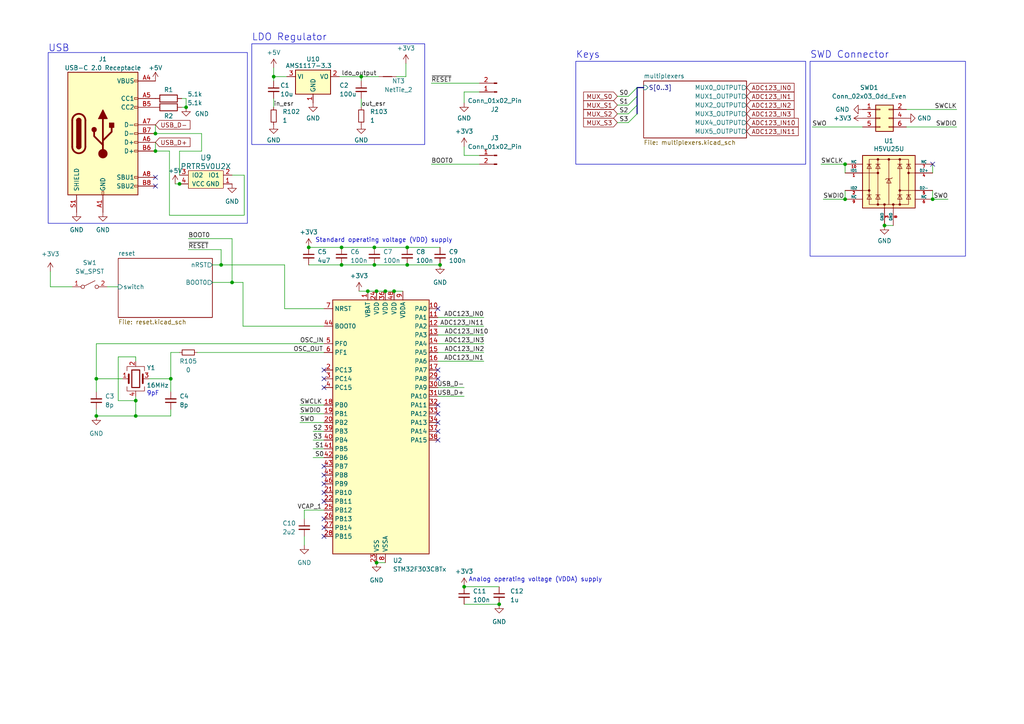
<source format=kicad_sch>
(kicad_sch (version 20230121) (generator eeschema)

  (uuid bb706f4b-6d11-4e29-ae30-1a1ffddaf9f4)

  (paper "A4")

  (lib_symbols
    (symbol "Connector:Conn_01x02_Pin" (pin_names (offset 1.016) hide) (in_bom yes) (on_board yes)
      (property "Reference" "J" (at 0 2.54 0)
        (effects (font (size 1.27 1.27)))
      )
      (property "Value" "Conn_01x02_Pin" (at 0 -5.08 0)
        (effects (font (size 1.27 1.27)))
      )
      (property "Footprint" "" (at 0 0 0)
        (effects (font (size 1.27 1.27)) hide)
      )
      (property "Datasheet" "~" (at 0 0 0)
        (effects (font (size 1.27 1.27)) hide)
      )
      (property "ki_locked" "" (at 0 0 0)
        (effects (font (size 1.27 1.27)))
      )
      (property "ki_keywords" "connector" (at 0 0 0)
        (effects (font (size 1.27 1.27)) hide)
      )
      (property "ki_description" "Generic connector, single row, 01x02, script generated" (at 0 0 0)
        (effects (font (size 1.27 1.27)) hide)
      )
      (property "ki_fp_filters" "Connector*:*_1x??_*" (at 0 0 0)
        (effects (font (size 1.27 1.27)) hide)
      )
      (symbol "Conn_01x02_Pin_1_1"
        (polyline
          (pts
            (xy 1.27 -2.54)
            (xy 0.8636 -2.54)
          )
          (stroke (width 0.1524) (type default))
          (fill (type none))
        )
        (polyline
          (pts
            (xy 1.27 0)
            (xy 0.8636 0)
          )
          (stroke (width 0.1524) (type default))
          (fill (type none))
        )
        (rectangle (start 0.8636 -2.413) (end 0 -2.667)
          (stroke (width 0.1524) (type default))
          (fill (type outline))
        )
        (rectangle (start 0.8636 0.127) (end 0 -0.127)
          (stroke (width 0.1524) (type default))
          (fill (type outline))
        )
        (pin passive line (at 5.08 0 180) (length 3.81)
          (name "Pin_1" (effects (font (size 1.27 1.27))))
          (number "1" (effects (font (size 1.27 1.27))))
        )
        (pin passive line (at 5.08 -2.54 180) (length 3.81)
          (name "Pin_2" (effects (font (size 1.27 1.27))))
          (number "2" (effects (font (size 1.27 1.27))))
        )
      )
    )
    (symbol "Connector:USB_C_Receptacle_USB2.0" (pin_names (offset 1.016)) (in_bom yes) (on_board yes)
      (property "Reference" "J" (at -10.16 19.05 0)
        (effects (font (size 1.27 1.27)) (justify left))
      )
      (property "Value" "USB_C_Receptacle_USB2.0" (at 19.05 19.05 0)
        (effects (font (size 1.27 1.27)) (justify right))
      )
      (property "Footprint" "" (at 3.81 0 0)
        (effects (font (size 1.27 1.27)) hide)
      )
      (property "Datasheet" "https://www.usb.org/sites/default/files/documents/usb_type-c.zip" (at 3.81 0 0)
        (effects (font (size 1.27 1.27)) hide)
      )
      (property "ki_keywords" "usb universal serial bus type-C USB2.0" (at 0 0 0)
        (effects (font (size 1.27 1.27)) hide)
      )
      (property "ki_description" "USB 2.0-only Type-C Receptacle connector" (at 0 0 0)
        (effects (font (size 1.27 1.27)) hide)
      )
      (property "ki_fp_filters" "USB*C*Receptacle*" (at 0 0 0)
        (effects (font (size 1.27 1.27)) hide)
      )
      (symbol "USB_C_Receptacle_USB2.0_0_0"
        (rectangle (start -0.254 -17.78) (end 0.254 -16.764)
          (stroke (width 0) (type default))
          (fill (type none))
        )
        (rectangle (start 10.16 -14.986) (end 9.144 -15.494)
          (stroke (width 0) (type default))
          (fill (type none))
        )
        (rectangle (start 10.16 -12.446) (end 9.144 -12.954)
          (stroke (width 0) (type default))
          (fill (type none))
        )
        (rectangle (start 10.16 -4.826) (end 9.144 -5.334)
          (stroke (width 0) (type default))
          (fill (type none))
        )
        (rectangle (start 10.16 -2.286) (end 9.144 -2.794)
          (stroke (width 0) (type default))
          (fill (type none))
        )
        (rectangle (start 10.16 0.254) (end 9.144 -0.254)
          (stroke (width 0) (type default))
          (fill (type none))
        )
        (rectangle (start 10.16 2.794) (end 9.144 2.286)
          (stroke (width 0) (type default))
          (fill (type none))
        )
        (rectangle (start 10.16 7.874) (end 9.144 7.366)
          (stroke (width 0) (type default))
          (fill (type none))
        )
        (rectangle (start 10.16 10.414) (end 9.144 9.906)
          (stroke (width 0) (type default))
          (fill (type none))
        )
        (rectangle (start 10.16 15.494) (end 9.144 14.986)
          (stroke (width 0) (type default))
          (fill (type none))
        )
      )
      (symbol "USB_C_Receptacle_USB2.0_0_1"
        (rectangle (start -10.16 17.78) (end 10.16 -17.78)
          (stroke (width 0.254) (type default))
          (fill (type background))
        )
        (arc (start -8.89 -3.81) (mid -6.985 -5.7067) (end -5.08 -3.81)
          (stroke (width 0.508) (type default))
          (fill (type none))
        )
        (arc (start -7.62 -3.81) (mid -6.985 -4.4423) (end -6.35 -3.81)
          (stroke (width 0.254) (type default))
          (fill (type none))
        )
        (arc (start -7.62 -3.81) (mid -6.985 -4.4423) (end -6.35 -3.81)
          (stroke (width 0.254) (type default))
          (fill (type outline))
        )
        (rectangle (start -7.62 -3.81) (end -6.35 3.81)
          (stroke (width 0.254) (type default))
          (fill (type outline))
        )
        (arc (start -6.35 3.81) (mid -6.985 4.4423) (end -7.62 3.81)
          (stroke (width 0.254) (type default))
          (fill (type none))
        )
        (arc (start -6.35 3.81) (mid -6.985 4.4423) (end -7.62 3.81)
          (stroke (width 0.254) (type default))
          (fill (type outline))
        )
        (arc (start -5.08 3.81) (mid -6.985 5.7067) (end -8.89 3.81)
          (stroke (width 0.508) (type default))
          (fill (type none))
        )
        (circle (center -2.54 1.143) (radius 0.635)
          (stroke (width 0.254) (type default))
          (fill (type outline))
        )
        (circle (center 0 -5.842) (radius 1.27)
          (stroke (width 0) (type default))
          (fill (type outline))
        )
        (polyline
          (pts
            (xy -8.89 -3.81)
            (xy -8.89 3.81)
          )
          (stroke (width 0.508) (type default))
          (fill (type none))
        )
        (polyline
          (pts
            (xy -5.08 3.81)
            (xy -5.08 -3.81)
          )
          (stroke (width 0.508) (type default))
          (fill (type none))
        )
        (polyline
          (pts
            (xy 0 -5.842)
            (xy 0 4.318)
          )
          (stroke (width 0.508) (type default))
          (fill (type none))
        )
        (polyline
          (pts
            (xy 0 -3.302)
            (xy -2.54 -0.762)
            (xy -2.54 0.508)
          )
          (stroke (width 0.508) (type default))
          (fill (type none))
        )
        (polyline
          (pts
            (xy 0 -2.032)
            (xy 2.54 0.508)
            (xy 2.54 1.778)
          )
          (stroke (width 0.508) (type default))
          (fill (type none))
        )
        (polyline
          (pts
            (xy -1.27 4.318)
            (xy 0 6.858)
            (xy 1.27 4.318)
            (xy -1.27 4.318)
          )
          (stroke (width 0.254) (type default))
          (fill (type outline))
        )
        (rectangle (start 1.905 1.778) (end 3.175 3.048)
          (stroke (width 0.254) (type default))
          (fill (type outline))
        )
      )
      (symbol "USB_C_Receptacle_USB2.0_1_1"
        (pin passive line (at 0 -22.86 90) (length 5.08)
          (name "GND" (effects (font (size 1.27 1.27))))
          (number "A1" (effects (font (size 1.27 1.27))))
        )
        (pin passive line (at 0 -22.86 90) (length 5.08) hide
          (name "GND" (effects (font (size 1.27 1.27))))
          (number "A12" (effects (font (size 1.27 1.27))))
        )
        (pin passive line (at 15.24 15.24 180) (length 5.08)
          (name "VBUS" (effects (font (size 1.27 1.27))))
          (number "A4" (effects (font (size 1.27 1.27))))
        )
        (pin bidirectional line (at 15.24 10.16 180) (length 5.08)
          (name "CC1" (effects (font (size 1.27 1.27))))
          (number "A5" (effects (font (size 1.27 1.27))))
        )
        (pin bidirectional line (at 15.24 -2.54 180) (length 5.08)
          (name "D+" (effects (font (size 1.27 1.27))))
          (number "A6" (effects (font (size 1.27 1.27))))
        )
        (pin bidirectional line (at 15.24 2.54 180) (length 5.08)
          (name "D-" (effects (font (size 1.27 1.27))))
          (number "A7" (effects (font (size 1.27 1.27))))
        )
        (pin bidirectional line (at 15.24 -12.7 180) (length 5.08)
          (name "SBU1" (effects (font (size 1.27 1.27))))
          (number "A8" (effects (font (size 1.27 1.27))))
        )
        (pin passive line (at 15.24 15.24 180) (length 5.08) hide
          (name "VBUS" (effects (font (size 1.27 1.27))))
          (number "A9" (effects (font (size 1.27 1.27))))
        )
        (pin passive line (at 0 -22.86 90) (length 5.08) hide
          (name "GND" (effects (font (size 1.27 1.27))))
          (number "B1" (effects (font (size 1.27 1.27))))
        )
        (pin passive line (at 0 -22.86 90) (length 5.08) hide
          (name "GND" (effects (font (size 1.27 1.27))))
          (number "B12" (effects (font (size 1.27 1.27))))
        )
        (pin passive line (at 15.24 15.24 180) (length 5.08) hide
          (name "VBUS" (effects (font (size 1.27 1.27))))
          (number "B4" (effects (font (size 1.27 1.27))))
        )
        (pin bidirectional line (at 15.24 7.62 180) (length 5.08)
          (name "CC2" (effects (font (size 1.27 1.27))))
          (number "B5" (effects (font (size 1.27 1.27))))
        )
        (pin bidirectional line (at 15.24 -5.08 180) (length 5.08)
          (name "D+" (effects (font (size 1.27 1.27))))
          (number "B6" (effects (font (size 1.27 1.27))))
        )
        (pin bidirectional line (at 15.24 0 180) (length 5.08)
          (name "D-" (effects (font (size 1.27 1.27))))
          (number "B7" (effects (font (size 1.27 1.27))))
        )
        (pin bidirectional line (at 15.24 -15.24 180) (length 5.08)
          (name "SBU2" (effects (font (size 1.27 1.27))))
          (number "B8" (effects (font (size 1.27 1.27))))
        )
        (pin passive line (at 15.24 15.24 180) (length 5.08) hide
          (name "VBUS" (effects (font (size 1.27 1.27))))
          (number "B9" (effects (font (size 1.27 1.27))))
        )
        (pin passive line (at -7.62 -22.86 90) (length 5.08)
          (name "SHIELD" (effects (font (size 1.27 1.27))))
          (number "S1" (effects (font (size 1.27 1.27))))
        )
      )
    )
    (symbol "Connector_Generic:Conn_02x03_Odd_Even" (pin_names (offset 1.016) hide) (in_bom yes) (on_board yes)
      (property "Reference" "J" (at 1.27 5.08 0)
        (effects (font (size 1.27 1.27)))
      )
      (property "Value" "Conn_02x03_Odd_Even" (at 1.27 -5.08 0)
        (effects (font (size 1.27 1.27)))
      )
      (property "Footprint" "" (at 0 0 0)
        (effects (font (size 1.27 1.27)) hide)
      )
      (property "Datasheet" "~" (at 0 0 0)
        (effects (font (size 1.27 1.27)) hide)
      )
      (property "ki_keywords" "connector" (at 0 0 0)
        (effects (font (size 1.27 1.27)) hide)
      )
      (property "ki_description" "Generic connector, double row, 02x03, odd/even pin numbering scheme (row 1 odd numbers, row 2 even numbers), script generated (kicad-library-utils/schlib/autogen/connector/)" (at 0 0 0)
        (effects (font (size 1.27 1.27)) hide)
      )
      (property "ki_fp_filters" "Connector*:*_2x??_*" (at 0 0 0)
        (effects (font (size 1.27 1.27)) hide)
      )
      (symbol "Conn_02x03_Odd_Even_1_1"
        (rectangle (start -1.27 -2.413) (end 0 -2.667)
          (stroke (width 0.1524) (type default))
          (fill (type none))
        )
        (rectangle (start -1.27 0.127) (end 0 -0.127)
          (stroke (width 0.1524) (type default))
          (fill (type none))
        )
        (rectangle (start -1.27 2.667) (end 0 2.413)
          (stroke (width 0.1524) (type default))
          (fill (type none))
        )
        (rectangle (start -1.27 3.81) (end 3.81 -3.81)
          (stroke (width 0.254) (type default))
          (fill (type background))
        )
        (rectangle (start 3.81 -2.413) (end 2.54 -2.667)
          (stroke (width 0.1524) (type default))
          (fill (type none))
        )
        (rectangle (start 3.81 0.127) (end 2.54 -0.127)
          (stroke (width 0.1524) (type default))
          (fill (type none))
        )
        (rectangle (start 3.81 2.667) (end 2.54 2.413)
          (stroke (width 0.1524) (type default))
          (fill (type none))
        )
        (pin passive line (at -5.08 2.54 0) (length 3.81)
          (name "Pin_1" (effects (font (size 1.27 1.27))))
          (number "1" (effects (font (size 1.27 1.27))))
        )
        (pin passive line (at 7.62 2.54 180) (length 3.81)
          (name "Pin_2" (effects (font (size 1.27 1.27))))
          (number "2" (effects (font (size 1.27 1.27))))
        )
        (pin passive line (at -5.08 0 0) (length 3.81)
          (name "Pin_3" (effects (font (size 1.27 1.27))))
          (number "3" (effects (font (size 1.27 1.27))))
        )
        (pin passive line (at 7.62 0 180) (length 3.81)
          (name "Pin_4" (effects (font (size 1.27 1.27))))
          (number "4" (effects (font (size 1.27 1.27))))
        )
        (pin passive line (at -5.08 -2.54 0) (length 3.81)
          (name "Pin_5" (effects (font (size 1.27 1.27))))
          (number "5" (effects (font (size 1.27 1.27))))
        )
        (pin passive line (at 7.62 -2.54 180) (length 3.81)
          (name "Pin_6" (effects (font (size 1.27 1.27))))
          (number "6" (effects (font (size 1.27 1.27))))
        )
      )
    )
    (symbol "Device:C_Small" (pin_numbers hide) (pin_names (offset 0.254) hide) (in_bom yes) (on_board yes)
      (property "Reference" "C" (at 0.254 1.778 0)
        (effects (font (size 1.27 1.27)) (justify left))
      )
      (property "Value" "C_Small" (at 0.254 -2.032 0)
        (effects (font (size 1.27 1.27)) (justify left))
      )
      (property "Footprint" "" (at 0 0 0)
        (effects (font (size 1.27 1.27)) hide)
      )
      (property "Datasheet" "~" (at 0 0 0)
        (effects (font (size 1.27 1.27)) hide)
      )
      (property "ki_keywords" "capacitor cap" (at 0 0 0)
        (effects (font (size 1.27 1.27)) hide)
      )
      (property "ki_description" "Unpolarized capacitor, small symbol" (at 0 0 0)
        (effects (font (size 1.27 1.27)) hide)
      )
      (property "ki_fp_filters" "C_*" (at 0 0 0)
        (effects (font (size 1.27 1.27)) hide)
      )
      (symbol "C_Small_0_1"
        (polyline
          (pts
            (xy -1.524 -0.508)
            (xy 1.524 -0.508)
          )
          (stroke (width 0.3302) (type default))
          (fill (type none))
        )
        (polyline
          (pts
            (xy -1.524 0.508)
            (xy 1.524 0.508)
          )
          (stroke (width 0.3048) (type default))
          (fill (type none))
        )
      )
      (symbol "C_Small_1_1"
        (pin passive line (at 0 2.54 270) (length 2.032)
          (name "~" (effects (font (size 1.27 1.27))))
          (number "1" (effects (font (size 1.27 1.27))))
        )
        (pin passive line (at 0 -2.54 90) (length 2.032)
          (name "~" (effects (font (size 1.27 1.27))))
          (number "2" (effects (font (size 1.27 1.27))))
        )
      )
    )
    (symbol "Device:Crystal_GND24" (pin_names (offset 1.016) hide) (in_bom yes) (on_board yes)
      (property "Reference" "Y" (at 3.175 5.08 0)
        (effects (font (size 1.27 1.27)) (justify left))
      )
      (property "Value" "Crystal_GND24" (at 3.175 3.175 0)
        (effects (font (size 1.27 1.27)) (justify left))
      )
      (property "Footprint" "" (at 0 0 0)
        (effects (font (size 1.27 1.27)) hide)
      )
      (property "Datasheet" "~" (at 0 0 0)
        (effects (font (size 1.27 1.27)) hide)
      )
      (property "ki_keywords" "quartz ceramic resonator oscillator" (at 0 0 0)
        (effects (font (size 1.27 1.27)) hide)
      )
      (property "ki_description" "Four pin crystal, GND on pins 2 and 4" (at 0 0 0)
        (effects (font (size 1.27 1.27)) hide)
      )
      (property "ki_fp_filters" "Crystal*" (at 0 0 0)
        (effects (font (size 1.27 1.27)) hide)
      )
      (symbol "Crystal_GND24_0_1"
        (rectangle (start -1.143 2.54) (end 1.143 -2.54)
          (stroke (width 0.3048) (type default))
          (fill (type none))
        )
        (polyline
          (pts
            (xy -2.54 0)
            (xy -2.032 0)
          )
          (stroke (width 0) (type default))
          (fill (type none))
        )
        (polyline
          (pts
            (xy -2.032 -1.27)
            (xy -2.032 1.27)
          )
          (stroke (width 0.508) (type default))
          (fill (type none))
        )
        (polyline
          (pts
            (xy 0 -3.81)
            (xy 0 -3.556)
          )
          (stroke (width 0) (type default))
          (fill (type none))
        )
        (polyline
          (pts
            (xy 0 3.556)
            (xy 0 3.81)
          )
          (stroke (width 0) (type default))
          (fill (type none))
        )
        (polyline
          (pts
            (xy 2.032 -1.27)
            (xy 2.032 1.27)
          )
          (stroke (width 0.508) (type default))
          (fill (type none))
        )
        (polyline
          (pts
            (xy 2.032 0)
            (xy 2.54 0)
          )
          (stroke (width 0) (type default))
          (fill (type none))
        )
        (polyline
          (pts
            (xy -2.54 -2.286)
            (xy -2.54 -3.556)
            (xy 2.54 -3.556)
            (xy 2.54 -2.286)
          )
          (stroke (width 0) (type default))
          (fill (type none))
        )
        (polyline
          (pts
            (xy -2.54 2.286)
            (xy -2.54 3.556)
            (xy 2.54 3.556)
            (xy 2.54 2.286)
          )
          (stroke (width 0) (type default))
          (fill (type none))
        )
      )
      (symbol "Crystal_GND24_1_1"
        (pin passive line (at -3.81 0 0) (length 1.27)
          (name "1" (effects (font (size 1.27 1.27))))
          (number "1" (effects (font (size 1.27 1.27))))
        )
        (pin passive line (at 0 5.08 270) (length 1.27)
          (name "2" (effects (font (size 1.27 1.27))))
          (number "2" (effects (font (size 1.27 1.27))))
        )
        (pin passive line (at 3.81 0 180) (length 1.27)
          (name "3" (effects (font (size 1.27 1.27))))
          (number "3" (effects (font (size 1.27 1.27))))
        )
        (pin passive line (at 0 -5.08 90) (length 1.27)
          (name "4" (effects (font (size 1.27 1.27))))
          (number "4" (effects (font (size 1.27 1.27))))
        )
      )
    )
    (symbol "Device:NetTie_2" (pin_numbers hide) (pin_names (offset 0) hide) (in_bom no) (on_board yes)
      (property "Reference" "NT" (at 0 1.27 0)
        (effects (font (size 1.27 1.27)))
      )
      (property "Value" "NetTie_2" (at 0 -1.27 0)
        (effects (font (size 1.27 1.27)))
      )
      (property "Footprint" "" (at 0 0 0)
        (effects (font (size 1.27 1.27)) hide)
      )
      (property "Datasheet" "~" (at 0 0 0)
        (effects (font (size 1.27 1.27)) hide)
      )
      (property "ki_keywords" "net tie short" (at 0 0 0)
        (effects (font (size 1.27 1.27)) hide)
      )
      (property "ki_description" "Net tie, 2 pins" (at 0 0 0)
        (effects (font (size 1.27 1.27)) hide)
      )
      (property "ki_fp_filters" "Net*Tie*" (at 0 0 0)
        (effects (font (size 1.27 1.27)) hide)
      )
      (symbol "NetTie_2_0_1"
        (polyline
          (pts
            (xy -1.27 0)
            (xy 1.27 0)
          )
          (stroke (width 0.254) (type default))
          (fill (type none))
        )
      )
      (symbol "NetTie_2_1_1"
        (pin passive line (at -2.54 0 0) (length 2.54)
          (name "1" (effects (font (size 1.27 1.27))))
          (number "1" (effects (font (size 1.27 1.27))))
        )
        (pin passive line (at 2.54 0 180) (length 2.54)
          (name "2" (effects (font (size 1.27 1.27))))
          (number "2" (effects (font (size 1.27 1.27))))
        )
      )
    )
    (symbol "Device:R" (pin_numbers hide) (pin_names (offset 0)) (in_bom yes) (on_board yes)
      (property "Reference" "R" (at 2.032 0 90)
        (effects (font (size 1.27 1.27)))
      )
      (property "Value" "R" (at 0 0 90)
        (effects (font (size 1.27 1.27)))
      )
      (property "Footprint" "" (at -1.778 0 90)
        (effects (font (size 1.27 1.27)) hide)
      )
      (property "Datasheet" "~" (at 0 0 0)
        (effects (font (size 1.27 1.27)) hide)
      )
      (property "ki_keywords" "R res resistor" (at 0 0 0)
        (effects (font (size 1.27 1.27)) hide)
      )
      (property "ki_description" "Resistor" (at 0 0 0)
        (effects (font (size 1.27 1.27)) hide)
      )
      (property "ki_fp_filters" "R_*" (at 0 0 0)
        (effects (font (size 1.27 1.27)) hide)
      )
      (symbol "R_0_1"
        (rectangle (start -1.016 -2.54) (end 1.016 2.54)
          (stroke (width 0.254) (type default))
          (fill (type none))
        )
      )
      (symbol "R_1_1"
        (pin passive line (at 0 3.81 270) (length 1.27)
          (name "~" (effects (font (size 1.27 1.27))))
          (number "1" (effects (font (size 1.27 1.27))))
        )
        (pin passive line (at 0 -3.81 90) (length 1.27)
          (name "~" (effects (font (size 1.27 1.27))))
          (number "2" (effects (font (size 1.27 1.27))))
        )
      )
    )
    (symbol "Device:R_Small" (pin_numbers hide) (pin_names (offset 0.254) hide) (in_bom yes) (on_board yes)
      (property "Reference" "R" (at 0.762 0.508 0)
        (effects (font (size 1.27 1.27)) (justify left))
      )
      (property "Value" "R_Small" (at 0.762 -1.016 0)
        (effects (font (size 1.27 1.27)) (justify left))
      )
      (property "Footprint" "" (at 0 0 0)
        (effects (font (size 1.27 1.27)) hide)
      )
      (property "Datasheet" "~" (at 0 0 0)
        (effects (font (size 1.27 1.27)) hide)
      )
      (property "ki_keywords" "R resistor" (at 0 0 0)
        (effects (font (size 1.27 1.27)) hide)
      )
      (property "ki_description" "Resistor, small symbol" (at 0 0 0)
        (effects (font (size 1.27 1.27)) hide)
      )
      (property "ki_fp_filters" "R_*" (at 0 0 0)
        (effects (font (size 1.27 1.27)) hide)
      )
      (symbol "R_Small_0_1"
        (rectangle (start -0.762 1.778) (end 0.762 -1.778)
          (stroke (width 0.2032) (type default))
          (fill (type none))
        )
      )
      (symbol "R_Small_1_1"
        (pin passive line (at 0 2.54 270) (length 0.762)
          (name "~" (effects (font (size 1.27 1.27))))
          (number "1" (effects (font (size 1.27 1.27))))
        )
        (pin passive line (at 0 -2.54 90) (length 0.762)
          (name "~" (effects (font (size 1.27 1.27))))
          (number "2" (effects (font (size 1.27 1.27))))
        )
      )
    )
    (symbol "MCU_ST_STM32F3:STM32F303CBTx" (in_bom yes) (on_board yes)
      (property "Reference" "U" (at -12.7 39.37 0)
        (effects (font (size 1.27 1.27)) (justify left))
      )
      (property "Value" "STM32F303CBTx" (at 10.16 39.37 0)
        (effects (font (size 1.27 1.27)) (justify left))
      )
      (property "Footprint" "Package_QFP:LQFP-48_7x7mm_P0.5mm" (at -12.7 -35.56 0)
        (effects (font (size 1.27 1.27)) (justify right) hide)
      )
      (property "Datasheet" "https://www.st.com/resource/en/datasheet/stm32f303cb.pdf" (at 0 0 0)
        (effects (font (size 1.27 1.27)) hide)
      )
      (property "ki_locked" "" (at 0 0 0)
        (effects (font (size 1.27 1.27)))
      )
      (property "ki_keywords" "Arm Cortex-M4 STM32F3 STM32F303" (at 0 0 0)
        (effects (font (size 1.27 1.27)) hide)
      )
      (property "ki_description" "STMicroelectronics Arm Cortex-M4 MCU, 128KB flash, 40KB RAM, 72 MHz, 2.0-3.6V, 37 GPIO, LQFP48" (at 0 0 0)
        (effects (font (size 1.27 1.27)) hide)
      )
      (property "ki_fp_filters" "LQFP*7x7mm*P0.5mm*" (at 0 0 0)
        (effects (font (size 1.27 1.27)) hide)
      )
      (symbol "STM32F303CBTx_0_1"
        (rectangle (start -12.7 -35.56) (end 15.24 38.1)
          (stroke (width 0.254) (type default))
          (fill (type background))
        )
      )
      (symbol "STM32F303CBTx_1_1"
        (pin power_in line (at -2.54 40.64 270) (length 2.54)
          (name "VBAT" (effects (font (size 1.27 1.27))))
          (number "1" (effects (font (size 1.27 1.27))))
        )
        (pin bidirectional line (at 17.78 35.56 180) (length 2.54)
          (name "PA0" (effects (font (size 1.27 1.27))))
          (number "10" (effects (font (size 1.27 1.27))))
          (alternate "ADC1_IN1" bidirectional line)
          (alternate "COMP1_INM" bidirectional line)
          (alternate "COMP1_OUT" bidirectional line)
          (alternate "COMP7_INP" bidirectional line)
          (alternate "RTC_TAMP2" bidirectional line)
          (alternate "SYS_WKUP1" bidirectional line)
          (alternate "TIM2_CH1" bidirectional line)
          (alternate "TIM2_ETR" bidirectional line)
          (alternate "TIM8_BKIN" bidirectional line)
          (alternate "TIM8_ETR" bidirectional line)
          (alternate "TSC_G1_IO1" bidirectional line)
          (alternate "USART2_CTS" bidirectional line)
        )
        (pin bidirectional line (at 17.78 33.02 180) (length 2.54)
          (name "PA1" (effects (font (size 1.27 1.27))))
          (number "11" (effects (font (size 1.27 1.27))))
          (alternate "ADC1_IN2" bidirectional line)
          (alternate "COMP1_INP" bidirectional line)
          (alternate "OPAMP1_VINP" bidirectional line)
          (alternate "OPAMP1_VINP_SEC" bidirectional line)
          (alternate "OPAMP3_VINP" bidirectional line)
          (alternate "OPAMP3_VINP_SEC" bidirectional line)
          (alternate "RTC_REFIN" bidirectional line)
          (alternate "TIM15_CH1N" bidirectional line)
          (alternate "TIM2_CH2" bidirectional line)
          (alternate "TSC_G1_IO2" bidirectional line)
          (alternate "USART2_DE" bidirectional line)
          (alternate "USART2_RTS" bidirectional line)
        )
        (pin bidirectional line (at 17.78 30.48 180) (length 2.54)
          (name "PA2" (effects (font (size 1.27 1.27))))
          (number "12" (effects (font (size 1.27 1.27))))
          (alternate "ADC1_IN3" bidirectional line)
          (alternate "ADC3_EXTI2" bidirectional line)
          (alternate "ADC4_EXTI2" bidirectional line)
          (alternate "COMP2_INM" bidirectional line)
          (alternate "COMP2_OUT" bidirectional line)
          (alternate "OPAMP1_VOUT" bidirectional line)
          (alternate "TIM15_CH1" bidirectional line)
          (alternate "TIM2_CH3" bidirectional line)
          (alternate "TSC_G1_IO3" bidirectional line)
          (alternate "USART2_TX" bidirectional line)
        )
        (pin bidirectional line (at 17.78 27.94 180) (length 2.54)
          (name "PA3" (effects (font (size 1.27 1.27))))
          (number "13" (effects (font (size 1.27 1.27))))
          (alternate "ADC1_IN4" bidirectional line)
          (alternate "COMP2_INP" bidirectional line)
          (alternate "OPAMP1_VINM" bidirectional line)
          (alternate "OPAMP1_VINM_SEC" bidirectional line)
          (alternate "OPAMP1_VINP" bidirectional line)
          (alternate "OPAMP1_VINP_SEC" bidirectional line)
          (alternate "TIM15_CH2" bidirectional line)
          (alternate "TIM2_CH4" bidirectional line)
          (alternate "TSC_G1_IO4" bidirectional line)
          (alternate "USART2_RX" bidirectional line)
        )
        (pin bidirectional line (at 17.78 25.4 180) (length 2.54)
          (name "PA4" (effects (font (size 1.27 1.27))))
          (number "14" (effects (font (size 1.27 1.27))))
          (alternate "ADC2_IN1" bidirectional line)
          (alternate "COMP1_INM" bidirectional line)
          (alternate "COMP2_INM" bidirectional line)
          (alternate "COMP3_INM" bidirectional line)
          (alternate "COMP4_INM" bidirectional line)
          (alternate "COMP5_INM" bidirectional line)
          (alternate "COMP6_INM" bidirectional line)
          (alternate "COMP7_INM" bidirectional line)
          (alternate "DAC_OUT1" bidirectional line)
          (alternate "I2S3_WS" bidirectional line)
          (alternate "OPAMP4_VINP" bidirectional line)
          (alternate "OPAMP4_VINP_SEC" bidirectional line)
          (alternate "SPI1_NSS" bidirectional line)
          (alternate "SPI3_NSS" bidirectional line)
          (alternate "TIM3_CH2" bidirectional line)
          (alternate "TSC_G2_IO1" bidirectional line)
          (alternate "USART2_CK" bidirectional line)
        )
        (pin bidirectional line (at 17.78 22.86 180) (length 2.54)
          (name "PA5" (effects (font (size 1.27 1.27))))
          (number "15" (effects (font (size 1.27 1.27))))
          (alternate "ADC2_IN2" bidirectional line)
          (alternate "COMP1_INM" bidirectional line)
          (alternate "COMP2_INM" bidirectional line)
          (alternate "COMP3_INM" bidirectional line)
          (alternate "COMP4_INM" bidirectional line)
          (alternate "COMP5_INM" bidirectional line)
          (alternate "COMP6_INM" bidirectional line)
          (alternate "COMP7_INM" bidirectional line)
          (alternate "DAC_OUT2" bidirectional line)
          (alternate "OPAMP1_VINP" bidirectional line)
          (alternate "OPAMP1_VINP_SEC" bidirectional line)
          (alternate "OPAMP2_VINM" bidirectional line)
          (alternate "OPAMP2_VINM_SEC" bidirectional line)
          (alternate "OPAMP3_VINP" bidirectional line)
          (alternate "OPAMP3_VINP_SEC" bidirectional line)
          (alternate "SPI1_SCK" bidirectional line)
          (alternate "TIM2_CH1" bidirectional line)
          (alternate "TIM2_ETR" bidirectional line)
          (alternate "TSC_G2_IO2" bidirectional line)
        )
        (pin bidirectional line (at 17.78 20.32 180) (length 2.54)
          (name "PA6" (effects (font (size 1.27 1.27))))
          (number "16" (effects (font (size 1.27 1.27))))
          (alternate "ADC2_IN3" bidirectional line)
          (alternate "COMP1_OUT" bidirectional line)
          (alternate "OPAMP2_VOUT" bidirectional line)
          (alternate "SPI1_MISO" bidirectional line)
          (alternate "TIM16_CH1" bidirectional line)
          (alternate "TIM1_BKIN" bidirectional line)
          (alternate "TIM3_CH1" bidirectional line)
          (alternate "TIM8_BKIN" bidirectional line)
          (alternate "TSC_G2_IO3" bidirectional line)
        )
        (pin bidirectional line (at 17.78 17.78 180) (length 2.54)
          (name "PA7" (effects (font (size 1.27 1.27))))
          (number "17" (effects (font (size 1.27 1.27))))
          (alternate "ADC2_IN4" bidirectional line)
          (alternate "COMP2_INP" bidirectional line)
          (alternate "COMP2_OUT" bidirectional line)
          (alternate "OPAMP1_VINP" bidirectional line)
          (alternate "OPAMP1_VINP_SEC" bidirectional line)
          (alternate "OPAMP2_VINP" bidirectional line)
          (alternate "OPAMP2_VINP_SEC" bidirectional line)
          (alternate "SPI1_MOSI" bidirectional line)
          (alternate "TIM17_CH1" bidirectional line)
          (alternate "TIM1_CH1N" bidirectional line)
          (alternate "TIM3_CH2" bidirectional line)
          (alternate "TIM8_CH1N" bidirectional line)
          (alternate "TSC_G2_IO4" bidirectional line)
        )
        (pin bidirectional line (at -15.24 7.62 0) (length 2.54)
          (name "PB0" (effects (font (size 1.27 1.27))))
          (number "18" (effects (font (size 1.27 1.27))))
          (alternate "ADC3_IN12" bidirectional line)
          (alternate "COMP4_INP" bidirectional line)
          (alternate "OPAMP2_VINP" bidirectional line)
          (alternate "OPAMP2_VINP_SEC" bidirectional line)
          (alternate "OPAMP3_VINP" bidirectional line)
          (alternate "OPAMP3_VINP_SEC" bidirectional line)
          (alternate "TIM1_CH2N" bidirectional line)
          (alternate "TIM3_CH3" bidirectional line)
          (alternate "TIM8_CH2N" bidirectional line)
          (alternate "TSC_G3_IO2" bidirectional line)
        )
        (pin bidirectional line (at -15.24 5.08 0) (length 2.54)
          (name "PB1" (effects (font (size 1.27 1.27))))
          (number "19" (effects (font (size 1.27 1.27))))
          (alternate "ADC3_IN1" bidirectional line)
          (alternate "COMP4_OUT" bidirectional line)
          (alternate "OPAMP3_VOUT" bidirectional line)
          (alternate "TIM1_CH3N" bidirectional line)
          (alternate "TIM3_CH4" bidirectional line)
          (alternate "TIM8_CH3N" bidirectional line)
          (alternate "TSC_G3_IO3" bidirectional line)
        )
        (pin bidirectional line (at -15.24 17.78 0) (length 2.54)
          (name "PC13" (effects (font (size 1.27 1.27))))
          (number "2" (effects (font (size 1.27 1.27))))
          (alternate "RTC_OUT_ALARM" bidirectional line)
          (alternate "RTC_OUT_CALIB" bidirectional line)
          (alternate "RTC_TAMP1" bidirectional line)
          (alternate "RTC_TS" bidirectional line)
          (alternate "SYS_WKUP2" bidirectional line)
          (alternate "TIM1_CH1N" bidirectional line)
        )
        (pin bidirectional line (at -15.24 2.54 0) (length 2.54)
          (name "PB2" (effects (font (size 1.27 1.27))))
          (number "20" (effects (font (size 1.27 1.27))))
          (alternate "ADC2_IN12" bidirectional line)
          (alternate "ADC3_EXTI2" bidirectional line)
          (alternate "ADC4_EXTI2" bidirectional line)
          (alternate "COMP4_INM" bidirectional line)
          (alternate "OPAMP3_VINM" bidirectional line)
          (alternate "OPAMP3_VINM_SEC" bidirectional line)
          (alternate "TSC_G3_IO4" bidirectional line)
        )
        (pin bidirectional line (at -15.24 -17.78 0) (length 2.54)
          (name "PB10" (effects (font (size 1.27 1.27))))
          (number "21" (effects (font (size 1.27 1.27))))
          (alternate "COMP5_INM" bidirectional line)
          (alternate "OPAMP3_VINM" bidirectional line)
          (alternate "OPAMP3_VINM_SEC" bidirectional line)
          (alternate "OPAMP4_VINM" bidirectional line)
          (alternate "OPAMP4_VINM_SEC" bidirectional line)
          (alternate "TIM2_CH3" bidirectional line)
          (alternate "TSC_SYNC" bidirectional line)
          (alternate "USART3_TX" bidirectional line)
        )
        (pin bidirectional line (at -15.24 -20.32 0) (length 2.54)
          (name "PB11" (effects (font (size 1.27 1.27))))
          (number "22" (effects (font (size 1.27 1.27))))
          (alternate "ADC1_EXTI11" bidirectional line)
          (alternate "ADC2_EXTI11" bidirectional line)
          (alternate "COMP6_INP" bidirectional line)
          (alternate "OPAMP4_VINP" bidirectional line)
          (alternate "OPAMP4_VINP_SEC" bidirectional line)
          (alternate "TIM2_CH4" bidirectional line)
          (alternate "TSC_G6_IO1" bidirectional line)
          (alternate "USART3_RX" bidirectional line)
        )
        (pin power_in line (at 0 -38.1 90) (length 2.54)
          (name "VSS" (effects (font (size 1.27 1.27))))
          (number "23" (effects (font (size 1.27 1.27))))
        )
        (pin power_in line (at 0 40.64 270) (length 2.54)
          (name "VDD" (effects (font (size 1.27 1.27))))
          (number "24" (effects (font (size 1.27 1.27))))
        )
        (pin bidirectional line (at -15.24 -22.86 0) (length 2.54)
          (name "PB12" (effects (font (size 1.27 1.27))))
          (number "25" (effects (font (size 1.27 1.27))))
          (alternate "ADC4_IN3" bidirectional line)
          (alternate "COMP3_INM" bidirectional line)
          (alternate "I2C2_SMBA" bidirectional line)
          (alternate "I2S2_WS" bidirectional line)
          (alternate "OPAMP4_VOUT" bidirectional line)
          (alternate "SPI2_NSS" bidirectional line)
          (alternate "TIM1_BKIN" bidirectional line)
          (alternate "TSC_G6_IO2" bidirectional line)
          (alternate "USART3_CK" bidirectional line)
        )
        (pin bidirectional line (at -15.24 -25.4 0) (length 2.54)
          (name "PB13" (effects (font (size 1.27 1.27))))
          (number "26" (effects (font (size 1.27 1.27))))
          (alternate "ADC3_IN5" bidirectional line)
          (alternate "COMP5_INP" bidirectional line)
          (alternate "I2S2_CK" bidirectional line)
          (alternate "OPAMP3_VINP" bidirectional line)
          (alternate "OPAMP3_VINP_SEC" bidirectional line)
          (alternate "OPAMP4_VINP" bidirectional line)
          (alternate "OPAMP4_VINP_SEC" bidirectional line)
          (alternate "SPI2_SCK" bidirectional line)
          (alternate "TIM1_CH1N" bidirectional line)
          (alternate "TSC_G6_IO3" bidirectional line)
          (alternate "USART3_CTS" bidirectional line)
        )
        (pin bidirectional line (at -15.24 -27.94 0) (length 2.54)
          (name "PB14" (effects (font (size 1.27 1.27))))
          (number "27" (effects (font (size 1.27 1.27))))
          (alternate "ADC4_IN4" bidirectional line)
          (alternate "COMP3_INP" bidirectional line)
          (alternate "I2S2_ext_SD" bidirectional line)
          (alternate "OPAMP2_VINP" bidirectional line)
          (alternate "OPAMP2_VINP_SEC" bidirectional line)
          (alternate "SPI2_MISO" bidirectional line)
          (alternate "TIM15_CH1" bidirectional line)
          (alternate "TIM1_CH2N" bidirectional line)
          (alternate "TSC_G6_IO4" bidirectional line)
          (alternate "USART3_DE" bidirectional line)
          (alternate "USART3_RTS" bidirectional line)
        )
        (pin bidirectional line (at -15.24 -30.48 0) (length 2.54)
          (name "PB15" (effects (font (size 1.27 1.27))))
          (number "28" (effects (font (size 1.27 1.27))))
          (alternate "ADC1_EXTI15" bidirectional line)
          (alternate "ADC2_EXTI15" bidirectional line)
          (alternate "ADC4_IN5" bidirectional line)
          (alternate "COMP6_INM" bidirectional line)
          (alternate "I2S2_SD" bidirectional line)
          (alternate "RTC_REFIN" bidirectional line)
          (alternate "SPI2_MOSI" bidirectional line)
          (alternate "TIM15_CH1N" bidirectional line)
          (alternate "TIM15_CH2" bidirectional line)
          (alternate "TIM1_CH3N" bidirectional line)
        )
        (pin bidirectional line (at 17.78 15.24 180) (length 2.54)
          (name "PA8" (effects (font (size 1.27 1.27))))
          (number "29" (effects (font (size 1.27 1.27))))
          (alternate "COMP3_OUT" bidirectional line)
          (alternate "I2C2_SMBA" bidirectional line)
          (alternate "I2S2_MCK" bidirectional line)
          (alternate "RCC_MCO" bidirectional line)
          (alternate "TIM1_CH1" bidirectional line)
          (alternate "TIM4_ETR" bidirectional line)
          (alternate "USART1_CK" bidirectional line)
        )
        (pin bidirectional line (at -15.24 15.24 0) (length 2.54)
          (name "PC14" (effects (font (size 1.27 1.27))))
          (number "3" (effects (font (size 1.27 1.27))))
          (alternate "RCC_OSC32_IN" bidirectional line)
        )
        (pin bidirectional line (at 17.78 12.7 180) (length 2.54)
          (name "PA9" (effects (font (size 1.27 1.27))))
          (number "30" (effects (font (size 1.27 1.27))))
          (alternate "COMP5_OUT" bidirectional line)
          (alternate "DAC_EXTI9" bidirectional line)
          (alternate "I2C2_SCL" bidirectional line)
          (alternate "I2S3_MCK" bidirectional line)
          (alternate "TIM15_BKIN" bidirectional line)
          (alternate "TIM1_CH2" bidirectional line)
          (alternate "TIM2_CH3" bidirectional line)
          (alternate "TSC_G4_IO1" bidirectional line)
          (alternate "USART1_TX" bidirectional line)
        )
        (pin bidirectional line (at 17.78 10.16 180) (length 2.54)
          (name "PA10" (effects (font (size 1.27 1.27))))
          (number "31" (effects (font (size 1.27 1.27))))
          (alternate "COMP6_OUT" bidirectional line)
          (alternate "I2C2_SDA" bidirectional line)
          (alternate "TIM17_BKIN" bidirectional line)
          (alternate "TIM1_CH3" bidirectional line)
          (alternate "TIM2_CH4" bidirectional line)
          (alternate "TIM8_BKIN" bidirectional line)
          (alternate "TSC_G4_IO2" bidirectional line)
          (alternate "USART1_RX" bidirectional line)
        )
        (pin bidirectional line (at 17.78 7.62 180) (length 2.54)
          (name "PA11" (effects (font (size 1.27 1.27))))
          (number "32" (effects (font (size 1.27 1.27))))
          (alternate "ADC1_EXTI11" bidirectional line)
          (alternate "ADC2_EXTI11" bidirectional line)
          (alternate "CAN_RX" bidirectional line)
          (alternate "COMP1_OUT" bidirectional line)
          (alternate "TIM1_BKIN2" bidirectional line)
          (alternate "TIM1_CH1N" bidirectional line)
          (alternate "TIM1_CH4" bidirectional line)
          (alternate "TIM4_CH1" bidirectional line)
          (alternate "USART1_CTS" bidirectional line)
          (alternate "USB_DM" bidirectional line)
        )
        (pin bidirectional line (at 17.78 5.08 180) (length 2.54)
          (name "PA12" (effects (font (size 1.27 1.27))))
          (number "33" (effects (font (size 1.27 1.27))))
          (alternate "CAN_TX" bidirectional line)
          (alternate "COMP2_OUT" bidirectional line)
          (alternate "TIM16_CH1" bidirectional line)
          (alternate "TIM1_CH2N" bidirectional line)
          (alternate "TIM1_ETR" bidirectional line)
          (alternate "TIM4_CH2" bidirectional line)
          (alternate "USART1_DE" bidirectional line)
          (alternate "USART1_RTS" bidirectional line)
          (alternate "USB_DP" bidirectional line)
        )
        (pin bidirectional line (at 17.78 2.54 180) (length 2.54)
          (name "PA13" (effects (font (size 1.27 1.27))))
          (number "34" (effects (font (size 1.27 1.27))))
          (alternate "IR_OUT" bidirectional line)
          (alternate "SYS_JTMS-SWDIO" bidirectional line)
          (alternate "TIM16_CH1N" bidirectional line)
          (alternate "TIM4_CH3" bidirectional line)
          (alternate "TSC_G4_IO3" bidirectional line)
          (alternate "USART3_CTS" bidirectional line)
        )
        (pin passive line (at 0 -38.1 90) (length 2.54) hide
          (name "VSS" (effects (font (size 1.27 1.27))))
          (number "35" (effects (font (size 1.27 1.27))))
        )
        (pin power_in line (at 2.54 40.64 270) (length 2.54)
          (name "VDD" (effects (font (size 1.27 1.27))))
          (number "36" (effects (font (size 1.27 1.27))))
        )
        (pin bidirectional line (at 17.78 0 180) (length 2.54)
          (name "PA14" (effects (font (size 1.27 1.27))))
          (number "37" (effects (font (size 1.27 1.27))))
          (alternate "I2C1_SDA" bidirectional line)
          (alternate "SYS_JTCK-SWCLK" bidirectional line)
          (alternate "TIM1_BKIN" bidirectional line)
          (alternate "TIM8_CH2" bidirectional line)
          (alternate "TSC_G4_IO4" bidirectional line)
          (alternate "USART2_TX" bidirectional line)
        )
        (pin bidirectional line (at 17.78 -2.54 180) (length 2.54)
          (name "PA15" (effects (font (size 1.27 1.27))))
          (number "38" (effects (font (size 1.27 1.27))))
          (alternate "ADC1_EXTI15" bidirectional line)
          (alternate "ADC2_EXTI15" bidirectional line)
          (alternate "I2C1_SCL" bidirectional line)
          (alternate "I2S3_WS" bidirectional line)
          (alternate "SPI1_NSS" bidirectional line)
          (alternate "SPI3_NSS" bidirectional line)
          (alternate "SYS_JTDI" bidirectional line)
          (alternate "TIM1_BKIN" bidirectional line)
          (alternate "TIM2_CH1" bidirectional line)
          (alternate "TIM2_ETR" bidirectional line)
          (alternate "TIM8_CH1" bidirectional line)
          (alternate "USART2_RX" bidirectional line)
        )
        (pin bidirectional line (at -15.24 0 0) (length 2.54)
          (name "PB3" (effects (font (size 1.27 1.27))))
          (number "39" (effects (font (size 1.27 1.27))))
          (alternate "I2S3_CK" bidirectional line)
          (alternate "SPI1_SCK" bidirectional line)
          (alternate "SPI3_SCK" bidirectional line)
          (alternate "SYS_JTDO-TRACESWO" bidirectional line)
          (alternate "TIM2_CH2" bidirectional line)
          (alternate "TIM3_ETR" bidirectional line)
          (alternate "TIM4_ETR" bidirectional line)
          (alternate "TIM8_CH1N" bidirectional line)
          (alternate "TSC_G5_IO1" bidirectional line)
          (alternate "USART2_TX" bidirectional line)
        )
        (pin bidirectional line (at -15.24 12.7 0) (length 2.54)
          (name "PC15" (effects (font (size 1.27 1.27))))
          (number "4" (effects (font (size 1.27 1.27))))
          (alternate "ADC1_EXTI15" bidirectional line)
          (alternate "ADC2_EXTI15" bidirectional line)
          (alternate "RCC_OSC32_OUT" bidirectional line)
        )
        (pin bidirectional line (at -15.24 -2.54 0) (length 2.54)
          (name "PB4" (effects (font (size 1.27 1.27))))
          (number "40" (effects (font (size 1.27 1.27))))
          (alternate "I2S3_ext_SD" bidirectional line)
          (alternate "SPI1_MISO" bidirectional line)
          (alternate "SPI3_MISO" bidirectional line)
          (alternate "SYS_NJTRST" bidirectional line)
          (alternate "TIM16_CH1" bidirectional line)
          (alternate "TIM17_BKIN" bidirectional line)
          (alternate "TIM3_CH1" bidirectional line)
          (alternate "TIM8_CH2N" bidirectional line)
          (alternate "TSC_G5_IO2" bidirectional line)
          (alternate "USART2_RX" bidirectional line)
        )
        (pin bidirectional line (at -15.24 -5.08 0) (length 2.54)
          (name "PB5" (effects (font (size 1.27 1.27))))
          (number "41" (effects (font (size 1.27 1.27))))
          (alternate "I2C1_SMBA" bidirectional line)
          (alternate "I2S3_SD" bidirectional line)
          (alternate "SPI1_MOSI" bidirectional line)
          (alternate "SPI3_MOSI" bidirectional line)
          (alternate "TIM16_BKIN" bidirectional line)
          (alternate "TIM17_CH1" bidirectional line)
          (alternate "TIM3_CH2" bidirectional line)
          (alternate "TIM8_CH3N" bidirectional line)
          (alternate "USART2_CK" bidirectional line)
        )
        (pin bidirectional line (at -15.24 -7.62 0) (length 2.54)
          (name "PB6" (effects (font (size 1.27 1.27))))
          (number "42" (effects (font (size 1.27 1.27))))
          (alternate "I2C1_SCL" bidirectional line)
          (alternate "TIM16_CH1N" bidirectional line)
          (alternate "TIM4_CH1" bidirectional line)
          (alternate "TIM8_BKIN2" bidirectional line)
          (alternate "TIM8_CH1" bidirectional line)
          (alternate "TIM8_ETR" bidirectional line)
          (alternate "TSC_G5_IO3" bidirectional line)
          (alternate "USART1_TX" bidirectional line)
        )
        (pin bidirectional line (at -15.24 -10.16 0) (length 2.54)
          (name "PB7" (effects (font (size 1.27 1.27))))
          (number "43" (effects (font (size 1.27 1.27))))
          (alternate "I2C1_SDA" bidirectional line)
          (alternate "TIM17_CH1N" bidirectional line)
          (alternate "TIM3_CH4" bidirectional line)
          (alternate "TIM4_CH2" bidirectional line)
          (alternate "TIM8_BKIN" bidirectional line)
          (alternate "TSC_G5_IO4" bidirectional line)
          (alternate "USART1_RX" bidirectional line)
        )
        (pin input line (at -15.24 30.48 0) (length 2.54)
          (name "BOOT0" (effects (font (size 1.27 1.27))))
          (number "44" (effects (font (size 1.27 1.27))))
        )
        (pin bidirectional line (at -15.24 -12.7 0) (length 2.54)
          (name "PB8" (effects (font (size 1.27 1.27))))
          (number "45" (effects (font (size 1.27 1.27))))
          (alternate "CAN_RX" bidirectional line)
          (alternate "COMP1_OUT" bidirectional line)
          (alternate "I2C1_SCL" bidirectional line)
          (alternate "TIM16_CH1" bidirectional line)
          (alternate "TIM1_BKIN" bidirectional line)
          (alternate "TIM4_CH3" bidirectional line)
          (alternate "TIM8_CH2" bidirectional line)
          (alternate "TSC_SYNC" bidirectional line)
        )
        (pin bidirectional line (at -15.24 -15.24 0) (length 2.54)
          (name "PB9" (effects (font (size 1.27 1.27))))
          (number "46" (effects (font (size 1.27 1.27))))
          (alternate "CAN_TX" bidirectional line)
          (alternate "COMP2_OUT" bidirectional line)
          (alternate "DAC_EXTI9" bidirectional line)
          (alternate "I2C1_SDA" bidirectional line)
          (alternate "IR_OUT" bidirectional line)
          (alternate "TIM17_CH1" bidirectional line)
          (alternate "TIM4_CH4" bidirectional line)
          (alternate "TIM8_CH3" bidirectional line)
        )
        (pin passive line (at 0 -38.1 90) (length 2.54) hide
          (name "VSS" (effects (font (size 1.27 1.27))))
          (number "47" (effects (font (size 1.27 1.27))))
        )
        (pin power_in line (at 5.08 40.64 270) (length 2.54)
          (name "VDD" (effects (font (size 1.27 1.27))))
          (number "48" (effects (font (size 1.27 1.27))))
        )
        (pin bidirectional line (at -15.24 25.4 0) (length 2.54)
          (name "PF0" (effects (font (size 1.27 1.27))))
          (number "5" (effects (font (size 1.27 1.27))))
          (alternate "I2C2_SDA" bidirectional line)
          (alternate "RCC_OSC_IN" bidirectional line)
          (alternate "TIM1_CH3N" bidirectional line)
        )
        (pin bidirectional line (at -15.24 22.86 0) (length 2.54)
          (name "PF1" (effects (font (size 1.27 1.27))))
          (number "6" (effects (font (size 1.27 1.27))))
          (alternate "I2C2_SCL" bidirectional line)
          (alternate "RCC_OSC_OUT" bidirectional line)
        )
        (pin input line (at -15.24 35.56 0) (length 2.54)
          (name "NRST" (effects (font (size 1.27 1.27))))
          (number "7" (effects (font (size 1.27 1.27))))
        )
        (pin power_in line (at 2.54 -38.1 90) (length 2.54)
          (name "VSSA" (effects (font (size 1.27 1.27))))
          (number "8" (effects (font (size 1.27 1.27))))
        )
        (pin power_in line (at 7.62 40.64 270) (length 2.54)
          (name "VDDA" (effects (font (size 1.27 1.27))))
          (number "9" (effects (font (size 1.27 1.27))))
        )
      )
    )
    (symbol "Regulator_Linear:AMS1117-3.3" (in_bom yes) (on_board yes)
      (property "Reference" "U" (at -3.81 3.175 0)
        (effects (font (size 1.27 1.27)))
      )
      (property "Value" "AMS1117-3.3" (at 0 3.175 0)
        (effects (font (size 1.27 1.27)) (justify left))
      )
      (property "Footprint" "Package_TO_SOT_SMD:SOT-223-3_TabPin2" (at 0 5.08 0)
        (effects (font (size 1.27 1.27)) hide)
      )
      (property "Datasheet" "http://www.advanced-monolithic.com/pdf/ds1117.pdf" (at 2.54 -6.35 0)
        (effects (font (size 1.27 1.27)) hide)
      )
      (property "ki_keywords" "linear regulator ldo fixed positive" (at 0 0 0)
        (effects (font (size 1.27 1.27)) hide)
      )
      (property "ki_description" "1A Low Dropout regulator, positive, 3.3V fixed output, SOT-223" (at 0 0 0)
        (effects (font (size 1.27 1.27)) hide)
      )
      (property "ki_fp_filters" "SOT?223*TabPin2*" (at 0 0 0)
        (effects (font (size 1.27 1.27)) hide)
      )
      (symbol "AMS1117-3.3_0_1"
        (rectangle (start -5.08 -5.08) (end 5.08 1.905)
          (stroke (width 0.254) (type default))
          (fill (type background))
        )
      )
      (symbol "AMS1117-3.3_1_1"
        (pin power_in line (at 0 -7.62 90) (length 2.54)
          (name "GND" (effects (font (size 1.27 1.27))))
          (number "1" (effects (font (size 1.27 1.27))))
        )
        (pin power_out line (at 7.62 0 180) (length 2.54)
          (name "VO" (effects (font (size 1.27 1.27))))
          (number "2" (effects (font (size 1.27 1.27))))
        )
        (pin power_in line (at -7.62 0 0) (length 2.54)
          (name "VI" (effects (font (size 1.27 1.27))))
          (number "3" (effects (font (size 1.27 1.27))))
        )
      )
    )
    (symbol "Switch:SW_SPST" (pin_names (offset 0) hide) (in_bom yes) (on_board yes)
      (property "Reference" "SW" (at 0 3.175 0)
        (effects (font (size 1.27 1.27)))
      )
      (property "Value" "SW_SPST" (at 0 -2.54 0)
        (effects (font (size 1.27 1.27)))
      )
      (property "Footprint" "" (at 0 0 0)
        (effects (font (size 1.27 1.27)) hide)
      )
      (property "Datasheet" "~" (at 0 0 0)
        (effects (font (size 1.27 1.27)) hide)
      )
      (property "ki_keywords" "switch lever" (at 0 0 0)
        (effects (font (size 1.27 1.27)) hide)
      )
      (property "ki_description" "Single Pole Single Throw (SPST) switch" (at 0 0 0)
        (effects (font (size 1.27 1.27)) hide)
      )
      (symbol "SW_SPST_0_0"
        (circle (center -2.032 0) (radius 0.508)
          (stroke (width 0) (type default))
          (fill (type none))
        )
        (polyline
          (pts
            (xy -1.524 0.254)
            (xy 1.524 1.778)
          )
          (stroke (width 0) (type default))
          (fill (type none))
        )
        (circle (center 2.032 0) (radius 0.508)
          (stroke (width 0) (type default))
          (fill (type none))
        )
      )
      (symbol "SW_SPST_1_1"
        (pin passive line (at -5.08 0 0) (length 2.54)
          (name "A" (effects (font (size 1.27 1.27))))
          (number "1" (effects (font (size 1.27 1.27))))
        )
        (pin passive line (at 5.08 0 180) (length 2.54)
          (name "B" (effects (font (size 1.27 1.27))))
          (number "2" (effects (font (size 1.27 1.27))))
        )
      )
    )
    (symbol "Unified-Daughterboard-rescue:TPD4E05U06DQAR-acheronSymbols" (pin_names (offset 0)) (in_bom yes) (on_board yes)
      (property "Reference" "U" (at 0 12.7 0)
        (effects (font (size 1.27 1.27)))
      )
      (property "Value" "TPD4E05U06DQAR-acheronSymbols" (at 0 10.16 0)
        (effects (font (size 1.27 1.27)))
      )
      (property "Footprint" "Package_SON:USON-10_2.5x1.0mm_P0.5mm" (at 0 26.67 0)
        (effects (font (size 1.27 1.27)) hide)
      )
      (property "Datasheet" "" (at 0 0 0)
        (effects (font (size 1.27 1.27)) hide)
      )
      (property "Manufacturer" "Texas Instruments" (at 0 24.13 0)
        (effects (font (size 1.27 1.27)) hide)
      )
      (property "Manufacturer Part #" "TPD4E05U06DQAR" (at 0 16.51 0)
        (effects (font (size 1.27 1.27)) hide)
      )
      (property "LCSC Part #" "C138714" (at 0 19.05 0)
        (effects (font (size 1.27 1.27)) hide)
      )
      (property "Package" "uSON-10" (at 0 21.59 0)
        (effects (font (size 1.27 1.27)) hide)
      )
      (property "ki_fp_filters" "USON*2.5x1.0mm*P0.5mm*" (at 0 0 0)
        (effects (font (size 1.27 1.27)) hide)
      )
      (symbol "TPD4E05U06DQAR-acheronSymbols_0_0"
        (rectangle (start -5.715 6.477) (end 5.715 -6.604)
          (stroke (width 0) (type default))
          (fill (type none))
        )
        (polyline
          (pts
            (xy -3.175 -6.604)
            (xy -3.175 6.477)
          )
          (stroke (width 0) (type default))
          (fill (type none))
        )
        (polyline
          (pts
            (xy 0 6.477)
            (xy 0 -6.604)
          )
          (stroke (width 0) (type default))
          (fill (type none))
        )
        (polyline
          (pts
            (xy 3.175 6.477)
            (xy 3.175 -6.604)
          )
          (stroke (width 0) (type default))
          (fill (type none))
        )
      )
      (symbol "TPD4E05U06DQAR-acheronSymbols_0_1"
        (rectangle (start -7.62 7.62) (end 7.62 -7.62)
          (stroke (width 0.254) (type default))
          (fill (type background))
        )
        (circle (center -5.715 -2.54) (radius 0.2794)
          (stroke (width 0) (type default))
          (fill (type outline))
        )
        (circle (center -3.175 -6.604) (radius 0.2794)
          (stroke (width 0) (type default))
          (fill (type outline))
        )
        (circle (center -3.175 2.54) (radius 0.2794)
          (stroke (width 0) (type default))
          (fill (type outline))
        )
        (circle (center -3.175 6.477) (radius 0.2794)
          (stroke (width 0) (type default))
          (fill (type outline))
        )
        (circle (center -1.27 -6.604) (radius 0.2794)
          (stroke (width 0) (type default))
          (fill (type outline))
        )
        (polyline
          (pts
            (xy -7.747 2.54)
            (xy -3.175 2.54)
          )
          (stroke (width 0) (type default))
          (fill (type none))
        )
        (polyline
          (pts
            (xy -7.62 -2.54)
            (xy -5.715 -2.54)
          )
          (stroke (width 0) (type default))
          (fill (type none))
        )
        (polyline
          (pts
            (xy -5.08 -3.81)
            (xy -6.35 -3.81)
          )
          (stroke (width 0) (type default))
          (fill (type none))
        )
        (polyline
          (pts
            (xy -5.08 5.08)
            (xy -6.35 5.08)
          )
          (stroke (width 0) (type default))
          (fill (type none))
        )
        (polyline
          (pts
            (xy -2.54 -3.81)
            (xy -3.81 -3.81)
          )
          (stroke (width 0) (type default))
          (fill (type none))
        )
        (polyline
          (pts
            (xy -2.54 5.08)
            (xy -3.81 5.08)
          )
          (stroke (width 0) (type default))
          (fill (type none))
        )
        (polyline
          (pts
            (xy -1.27 -6.604)
            (xy -1.27 -7.62)
          )
          (stroke (width 0) (type default))
          (fill (type none))
        )
        (polyline
          (pts
            (xy -0.635 0.889)
            (xy -1.016 0.635)
          )
          (stroke (width 0) (type default))
          (fill (type none))
        )
        (polyline
          (pts
            (xy 0.635 0.889)
            (xy -0.635 0.889)
          )
          (stroke (width 0) (type default))
          (fill (type none))
        )
        (polyline
          (pts
            (xy 0.635 0.889)
            (xy 1.016 1.143)
          )
          (stroke (width 0) (type default))
          (fill (type none))
        )
        (polyline
          (pts
            (xy 3.81 -3.81)
            (xy 2.54 -3.81)
          )
          (stroke (width 0) (type default))
          (fill (type none))
        )
        (polyline
          (pts
            (xy 3.81 5.08)
            (xy 2.54 5.08)
          )
          (stroke (width 0) (type default))
          (fill (type none))
        )
        (polyline
          (pts
            (xy 6.35 -3.81)
            (xy 5.08 -3.81)
          )
          (stroke (width 0) (type default))
          (fill (type none))
        )
        (polyline
          (pts
            (xy 6.35 5.08)
            (xy 5.08 5.08)
          )
          (stroke (width 0) (type default))
          (fill (type none))
        )
        (polyline
          (pts
            (xy 7.62 -2.54)
            (xy 3.175 -2.54)
          )
          (stroke (width 0) (type default))
          (fill (type none))
        )
        (polyline
          (pts
            (xy 7.62 2.54)
            (xy 5.715 2.54)
          )
          (stroke (width 0) (type default))
          (fill (type none))
        )
        (polyline
          (pts
            (xy -5.08 -5.08)
            (xy -6.35 -5.08)
            (xy -5.715 -3.81)
            (xy -5.08 -5.08)
          )
          (stroke (width 0) (type default))
          (fill (type none))
        )
        (polyline
          (pts
            (xy -5.08 3.81)
            (xy -6.35 3.81)
            (xy -5.715 5.08)
            (xy -5.08 3.81)
          )
          (stroke (width 0) (type default))
          (fill (type none))
        )
        (polyline
          (pts
            (xy -2.54 -5.08)
            (xy -3.81 -5.08)
            (xy -3.175 -3.81)
            (xy -2.54 -5.08)
          )
          (stroke (width 0) (type default))
          (fill (type none))
        )
        (polyline
          (pts
            (xy -2.54 3.81)
            (xy -3.81 3.81)
            (xy -3.175 5.08)
            (xy -2.54 3.81)
          )
          (stroke (width 0) (type default))
          (fill (type none))
        )
        (polyline
          (pts
            (xy 0.635 -0.381)
            (xy -0.635 -0.381)
            (xy 0 0.889)
            (xy 0.635 -0.381)
          )
          (stroke (width 0) (type default))
          (fill (type none))
        )
        (polyline
          (pts
            (xy 3.81 -5.08)
            (xy 2.54 -5.08)
            (xy 3.175 -3.81)
            (xy 3.81 -5.08)
          )
          (stroke (width 0) (type default))
          (fill (type none))
        )
        (polyline
          (pts
            (xy 3.81 3.81)
            (xy 2.54 3.81)
            (xy 3.175 5.08)
            (xy 3.81 3.81)
          )
          (stroke (width 0) (type default))
          (fill (type none))
        )
        (polyline
          (pts
            (xy 6.35 -5.08)
            (xy 5.08 -5.08)
            (xy 5.715 -3.81)
            (xy 6.35 -5.08)
          )
          (stroke (width 0) (type default))
          (fill (type none))
        )
        (polyline
          (pts
            (xy 6.35 3.81)
            (xy 5.08 3.81)
            (xy 5.715 5.08)
            (xy 6.35 3.81)
          )
          (stroke (width 0) (type default))
          (fill (type none))
        )
        (circle (center 0 6.477) (radius 0.2794)
          (stroke (width 0) (type default))
          (fill (type outline))
        )
        (circle (center 3.175 -6.604) (radius 0.2794)
          (stroke (width 0) (type default))
          (fill (type outline))
        )
        (circle (center 3.175 -2.54) (radius 0.2794)
          (stroke (width 0) (type default))
          (fill (type outline))
        )
        (circle (center 3.175 6.477) (radius 0.2794)
          (stroke (width 0) (type default))
          (fill (type outline))
        )
        (circle (center 5.715 2.54) (radius 0.2794)
          (stroke (width 0) (type default))
          (fill (type outline))
        )
      )
      (symbol "TPD4E05U06DQAR-acheronSymbols_1_1"
        (polyline
          (pts
            (xy 1.27 -6.604)
            (xy 1.27 -7.62)
          )
          (stroke (width 0) (type default))
          (fill (type none))
        )
        (circle (center 1.27 -6.604) (radius 0.2794)
          (stroke (width 0) (type default))
          (fill (type outline))
        )
        (pin bidirectional line (at -12.7 2.54 0) (length 5.08)
          (name "IO1" (effects (font (size 0.762 0.762))))
          (number "1" (effects (font (size 0.762 0.762))))
        )
        (pin bidirectional line (at -12.7 5.08 0) (length 5.08)
          (name "NC" (effects (font (size 0.762 0.762))))
          (number "10" (effects (font (size 0.762 0.762))))
        )
        (pin bidirectional line (at -12.7 -2.54 0) (length 5.08)
          (name "IO2" (effects (font (size 0.762 0.762))))
          (number "2" (effects (font (size 0.762 0.762))))
        )
        (pin power_in line (at -1.27 -12.7 90) (length 5.08)
          (name "GND" (effects (font (size 0.762 0.762))))
          (number "3" (effects (font (size 0.762 0.762))))
        )
        (pin bidirectional line (at 12.7 2.54 180) (length 5.08)
          (name "D2+" (effects (font (size 0.762 0.762))))
          (number "4" (effects (font (size 0.762 0.762))))
        )
        (pin bidirectional line (at 12.7 -2.54 180) (length 5.08)
          (name "D2-" (effects (font (size 0.762 0.762))))
          (number "5" (effects (font (size 0.762 0.762))))
        )
        (pin bidirectional line (at 12.7 -5.08 180) (length 5.08)
          (name "NC" (effects (font (size 0.762 0.762))))
          (number "6" (effects (font (size 0.762 0.762))))
        )
        (pin bidirectional line (at 12.7 5.08 180) (length 5.08)
          (name "NC" (effects (font (size 0.762 0.762))))
          (number "7" (effects (font (size 0.762 0.762))))
        )
        (pin power_in line (at 1.27 -12.7 90) (length 5.08)
          (name "GND" (effects (font (size 0.762 0.762))))
          (number "8" (effects (font (size 0.762 0.762))))
        )
        (pin bidirectional line (at -12.7 -5.08 0) (length 5.08)
          (name "NC" (effects (font (size 0.762 0.762))))
          (number "9" (effects (font (size 0.762 0.762))))
        )
      )
    )
    (symbol "power:+3V3" (power) (pin_names (offset 0)) (in_bom yes) (on_board yes)
      (property "Reference" "#PWR" (at 0 -3.81 0)
        (effects (font (size 1.27 1.27)) hide)
      )
      (property "Value" "+3V3" (at 0 3.556 0)
        (effects (font (size 1.27 1.27)))
      )
      (property "Footprint" "" (at 0 0 0)
        (effects (font (size 1.27 1.27)) hide)
      )
      (property "Datasheet" "" (at 0 0 0)
        (effects (font (size 1.27 1.27)) hide)
      )
      (property "ki_keywords" "global power" (at 0 0 0)
        (effects (font (size 1.27 1.27)) hide)
      )
      (property "ki_description" "Power symbol creates a global label with name \"+3V3\"" (at 0 0 0)
        (effects (font (size 1.27 1.27)) hide)
      )
      (symbol "+3V3_0_1"
        (polyline
          (pts
            (xy -0.762 1.27)
            (xy 0 2.54)
          )
          (stroke (width 0) (type default))
          (fill (type none))
        )
        (polyline
          (pts
            (xy 0 0)
            (xy 0 2.54)
          )
          (stroke (width 0) (type default))
          (fill (type none))
        )
        (polyline
          (pts
            (xy 0 2.54)
            (xy 0.762 1.27)
          )
          (stroke (width 0) (type default))
          (fill (type none))
        )
      )
      (symbol "+3V3_1_1"
        (pin power_in line (at 0 0 90) (length 0) hide
          (name "+3V3" (effects (font (size 1.27 1.27))))
          (number "1" (effects (font (size 1.27 1.27))))
        )
      )
    )
    (symbol "power:+5V" (power) (pin_names (offset 0)) (in_bom yes) (on_board yes)
      (property "Reference" "#PWR" (at 0 -3.81 0)
        (effects (font (size 1.27 1.27)) hide)
      )
      (property "Value" "+5V" (at 0 3.556 0)
        (effects (font (size 1.27 1.27)))
      )
      (property "Footprint" "" (at 0 0 0)
        (effects (font (size 1.27 1.27)) hide)
      )
      (property "Datasheet" "" (at 0 0 0)
        (effects (font (size 1.27 1.27)) hide)
      )
      (property "ki_keywords" "global power" (at 0 0 0)
        (effects (font (size 1.27 1.27)) hide)
      )
      (property "ki_description" "Power symbol creates a global label with name \"+5V\"" (at 0 0 0)
        (effects (font (size 1.27 1.27)) hide)
      )
      (symbol "+5V_0_1"
        (polyline
          (pts
            (xy -0.762 1.27)
            (xy 0 2.54)
          )
          (stroke (width 0) (type default))
          (fill (type none))
        )
        (polyline
          (pts
            (xy 0 0)
            (xy 0 2.54)
          )
          (stroke (width 0) (type default))
          (fill (type none))
        )
        (polyline
          (pts
            (xy 0 2.54)
            (xy 0.762 1.27)
          )
          (stroke (width 0) (type default))
          (fill (type none))
        )
      )
      (symbol "+5V_1_1"
        (pin power_in line (at 0 0 90) (length 0) hide
          (name "+5V" (effects (font (size 1.27 1.27))))
          (number "1" (effects (font (size 1.27 1.27))))
        )
      )
    )
    (symbol "power:GND" (power) (pin_names (offset 0)) (in_bom yes) (on_board yes)
      (property "Reference" "#PWR" (at 0 -6.35 0)
        (effects (font (size 1.27 1.27)) hide)
      )
      (property "Value" "GND" (at 0 -3.81 0)
        (effects (font (size 1.27 1.27)))
      )
      (property "Footprint" "" (at 0 0 0)
        (effects (font (size 1.27 1.27)) hide)
      )
      (property "Datasheet" "" (at 0 0 0)
        (effects (font (size 1.27 1.27)) hide)
      )
      (property "ki_keywords" "global power" (at 0 0 0)
        (effects (font (size 1.27 1.27)) hide)
      )
      (property "ki_description" "Power symbol creates a global label with name \"GND\" , ground" (at 0 0 0)
        (effects (font (size 1.27 1.27)) hide)
      )
      (symbol "GND_0_1"
        (polyline
          (pts
            (xy 0 0)
            (xy 0 -1.27)
            (xy 1.27 -1.27)
            (xy 0 -2.54)
            (xy -1.27 -1.27)
            (xy 0 -1.27)
          )
          (stroke (width 0) (type default))
          (fill (type none))
        )
      )
      (symbol "GND_1_1"
        (pin power_in line (at 0 0 270) (length 0) hide
          (name "GND" (effects (font (size 1.27 1.27))))
          (number "1" (effects (font (size 1.27 1.27))))
        )
      )
    )
    (symbol "random-keyboard-parts:PRTR5V0U2X" (pin_names (offset 1.016)) (in_bom yes) (on_board yes)
      (property "Reference" "U" (at 0 3.81 0)
        (effects (font (size 1.524 1.524)))
      )
      (property "Value" "PRTR5V0U2X" (at 0 -3.81 0)
        (effects (font (size 1.524 1.524)))
      )
      (property "Footprint" "" (at 0 0 0)
        (effects (font (size 1.524 1.524)) hide)
      )
      (property "Datasheet" "" (at 0 0 0)
        (effects (font (size 1.524 1.524)) hide)
      )
      (symbol "PRTR5V0U2X_0_1"
        (rectangle (start -5.08 2.54) (end 5.08 -2.54)
          (stroke (width 0) (type default))
          (fill (type background))
        )
      )
      (symbol "PRTR5V0U2X_1_1"
        (pin input line (at -7.62 1.27 0) (length 2.54)
          (name "GND" (effects (font (size 1.27 1.27))))
          (number "1" (effects (font (size 1.27 1.27))))
        )
        (pin input line (at -7.62 -1.27 0) (length 2.54)
          (name "IO1" (effects (font (size 1.27 1.27))))
          (number "2" (effects (font (size 1.27 1.27))))
        )
        (pin input line (at 7.62 -1.27 180) (length 2.54)
          (name "IO2" (effects (font (size 1.27 1.27))))
          (number "3" (effects (font (size 1.27 1.27))))
        )
        (pin input line (at 7.62 1.27 180) (length 2.54)
          (name "VCC" (effects (font (size 1.27 1.27))))
          (number "4" (effects (font (size 1.27 1.27))))
        )
      )
    )
  )

  (junction (at 64.135 76.835) (diameter 0) (color 0 0 0 0)
    (uuid 0274b747-6674-462b-a774-6c89ad1c72cf)
  )
  (junction (at 99.06 71.755) (diameter 0) (color 0 0 0 0)
    (uuid 082806e3-4edf-493e-81b9-000f8a9d2480)
  )
  (junction (at 79.375 22.225) (diameter 0) (color 0 0 0 0)
    (uuid 08ae46af-e2e4-4914-9059-f1281ea07518)
  )
  (junction (at 39.37 116.205) (diameter 0) (color 0 0 0 0)
    (uuid 0a547e75-7134-4a4a-9137-8e65eb64fac3)
  )
  (junction (at 245.11 47.625) (diameter 0) (color 0 0 0 0)
    (uuid 0a8c73ad-4ad9-4c09-bd83-80a04543afc8)
  )
  (junction (at 256.54 65.405) (diameter 0) (color 0 0 0 0)
    (uuid 11cba51d-3f15-465c-b50e-3c32629de820)
  )
  (junction (at 134.62 170.18) (diameter 0) (color 0 0 0 0)
    (uuid 125143f0-9aa7-4dc6-9ed2-c1e6d7f757ca)
  )
  (junction (at 109.22 163.195) (diameter 0) (color 0 0 0 0)
    (uuid 1633968c-6cfc-4feb-8cc4-fa8aa5898769)
  )
  (junction (at 114.3 84.455) (diameter 0) (color 0 0 0 0)
    (uuid 188ce6df-b029-4e29-8d15-8cba94802e96)
  )
  (junction (at 67.31 81.915) (diameter 0) (color 0 0 0 0)
    (uuid 1af4b240-73c8-4753-99f8-854429a9dc2e)
  )
  (junction (at 111.76 84.455) (diameter 0) (color 0 0 0 0)
    (uuid 2962d463-4405-4337-b2e9-b5796c6dcf06)
  )
  (junction (at 118.11 71.755) (diameter 0) (color 0 0 0 0)
    (uuid 2bff66a2-0121-4c45-af7d-bfef9817f788)
  )
  (junction (at 118.11 76.835) (diameter 0) (color 0 0 0 0)
    (uuid 396bdda9-63a5-4378-b795-f4c5a53fe80a)
  )
  (junction (at 108.585 76.835) (diameter 0) (color 0 0 0 0)
    (uuid 426ebb99-6be4-4371-a41a-eb0c4f2801ca)
  )
  (junction (at 245.11 57.785) (diameter 0) (color 0 0 0 0)
    (uuid 46d05d98-8901-443a-b890-5a16c29acfa0)
  )
  (junction (at 106.68 84.455) (diameter 0) (color 0 0 0 0)
    (uuid 492cdbd1-5430-4d86-8265-eda23f9518d9)
  )
  (junction (at 99.06 76.835) (diameter 0) (color 0 0 0 0)
    (uuid 50306310-f414-41a8-bc0c-5a59c839561a)
  )
  (junction (at 49.53 109.855) (diameter 0) (color 0 0 0 0)
    (uuid 70112810-2ad7-4102-83c3-7b3b5fc50a65)
  )
  (junction (at 104.775 22.225) (diameter 0) (color 0 0 0 0)
    (uuid 81cb876a-b3f6-40d4-b1d2-ece0c7decb5d)
  )
  (junction (at 108.585 71.755) (diameter 0) (color 0 0 0 0)
    (uuid 8ee23ce0-164a-4fd5-af07-750872a31bf2)
  )
  (junction (at 27.94 109.855) (diameter 0) (color 0 0 0 0)
    (uuid ad3720fc-903c-4935-ad1e-54ae4e40ca01)
  )
  (junction (at 45.085 38.735) (diameter 0) (color 0 0 0 0)
    (uuid b646025f-359b-40f5-86ff-803b141712eb)
  )
  (junction (at 89.535 71.755) (diameter 0) (color 0 0 0 0)
    (uuid cd0b3c3b-6f63-43f4-968e-892faca48add)
  )
  (junction (at 45.085 43.815) (diameter 0) (color 0 0 0 0)
    (uuid d189b955-bbd2-4417-9679-def83ea80e1b)
  )
  (junction (at 144.78 175.26) (diameter 0) (color 0 0 0 0)
    (uuid d361b1d4-83ce-49e1-b201-98bde0e213c0)
  )
  (junction (at 270.51 57.785) (diameter 0) (color 0 0 0 0)
    (uuid d5f3d256-9a12-4af3-ab1d-6fc389a7660a)
  )
  (junction (at 53.975 31.115) (diameter 0) (color 0 0 0 0)
    (uuid d6771491-90ec-423f-b3cf-9cffaa4736f8)
  )
  (junction (at 127.635 76.835) (diameter 0) (color 0 0 0 0)
    (uuid d761960a-17c6-499d-a1f1-1ce0c296db51)
  )
  (junction (at 109.22 84.455) (diameter 0) (color 0 0 0 0)
    (uuid da50c90e-a298-4d51-983b-4752d6625bcf)
  )
  (junction (at 27.94 120.65) (diameter 0) (color 0 0 0 0)
    (uuid f1d460f5-8098-40b9-830c-d9588b416013)
  )
  (junction (at 39.37 120.65) (diameter 0) (color 0 0 0 0)
    (uuid f6aaed62-4403-432d-aeac-ec0aeacb8fc0)
  )
  (junction (at 52.07 53.34) (diameter 0) (color 0 0 0 0)
    (uuid f7564d3a-fd13-4aba-a36d-10264729a814)
  )

  (no_connect (at 93.98 155.575) (uuid 039be8e0-a7f2-46e5-b6ad-dd230e2a14b5))
  (no_connect (at 93.98 109.855) (uuid 0912a8ab-94f1-4b90-a926-7b240a8810e5))
  (no_connect (at 93.98 145.415) (uuid 0bf27872-66bf-424f-b3dd-91731867e2c7))
  (no_connect (at 93.98 107.315) (uuid 1abd6d9c-9051-48c7-9f37-6440045f9e64))
  (no_connect (at 127 107.315) (uuid 2607bc13-425f-4177-9c5b-d52079f33869))
  (no_connect (at 127 125.095) (uuid 2c6556c2-77a4-4deb-9c77-c95ec85ee40e))
  (no_connect (at 127 109.855) (uuid 2d4160a3-09cd-4059-ac16-a815988f5180))
  (no_connect (at 93.98 142.875) (uuid 30eb2fc2-e9a9-4008-b7fb-5bdb72504bb1))
  (no_connect (at 45.085 53.975) (uuid 349a7492-854f-40a6-92a2-172910e76283))
  (no_connect (at 93.98 112.395) (uuid 41a1a6cb-6be2-4cf5-9767-7663dd040fb3))
  (no_connect (at 127 122.555) (uuid 5f8745c6-ec2b-4613-8699-52140387e506))
  (no_connect (at 93.98 140.335) (uuid 827b2e84-02da-4de3-a598-22bb9886e589))
  (no_connect (at 93.98 150.495) (uuid 8ec6878b-e31e-4ce5-bebc-8601cc8708a7))
  (no_connect (at 93.98 137.795) (uuid 983bd873-987b-4cde-ade2-8e03e4178e52))
  (no_connect (at 93.98 135.255) (uuid cca4bb09-231c-4550-b2f5-746d6f4f2738))
  (no_connect (at 127 89.535) (uuid d08d4aaf-59b0-4ba2-82b6-abf7bbaca7e3))
  (no_connect (at 127 117.475) (uuid d3aef1a7-7b34-44db-a567-b247611b1800))
  (no_connect (at 127 120.015) (uuid d4e48a81-fae9-4f0f-abce-a4c3f85cc543))
  (no_connect (at 270.51 47.625) (uuid d609fb0d-d3e9-4b41-bed4-7df972ca0634))
  (no_connect (at 45.085 51.435) (uuid dd959089-dea8-4dc5-a946-b38402d9fa96))
  (no_connect (at 127 127.635) (uuid e857bc76-e1cb-461a-9677-1e1f57606898))
  (no_connect (at 93.98 153.035) (uuid ff69a67d-e241-4115-871d-5685442a82da))

  (bus_entry (at 184.785 30.48) (size -2.54 2.54)
    (stroke (width 0) (type default))
    (uuid 1a0477ab-46c6-48a5-8ad4-54caf166f0d3)
  )
  (bus_entry (at 184.785 33.02) (size -2.54 2.54)
    (stroke (width 0) (type default))
    (uuid 5d680a9a-9971-44dd-b173-a208085fb087)
  )
  (bus_entry (at 184.785 27.94) (size -2.54 2.54)
    (stroke (width 0) (type default))
    (uuid aa2722ee-6b26-4618-a3e9-d6fd321b1cdf)
  )
  (bus_entry (at 184.785 25.4) (size -2.54 2.54)
    (stroke (width 0) (type default))
    (uuid fc5d3a10-ca4b-4e01-bd6f-c02b6cb57a69)
  )

  (wire (pts (xy 270.51 55.245) (xy 270.51 57.785))
    (stroke (width 0) (type default))
    (uuid 004d1489-db69-467b-aedb-122dc1c6de47)
  )
  (wire (pts (xy 114.3 84.455) (xy 116.84 84.455))
    (stroke (width 0) (type default))
    (uuid 06902cea-b925-472d-90f4-ba81f3b10d5b)
  )
  (wire (pts (xy 104.775 23.495) (xy 104.775 22.225))
    (stroke (width 0) (type default))
    (uuid 08a24514-3af4-4d4c-8593-a11a231c4280)
  )
  (wire (pts (xy 27.94 113.665) (xy 27.94 109.855))
    (stroke (width 0) (type default))
    (uuid 0cfa03f2-5836-4186-9d01-4282058a09c9)
  )
  (wire (pts (xy 79.375 31.115) (xy 79.375 28.575))
    (stroke (width 0) (type default))
    (uuid 0f616390-00dc-421e-a755-3eeee6807887)
  )
  (wire (pts (xy 14.605 83.185) (xy 14.605 78.74))
    (stroke (width 0) (type default))
    (uuid 112d5fed-9744-431c-8bcf-dfdf267ddda1)
  )
  (wire (pts (xy 45.085 36.195) (xy 45.085 38.735))
    (stroke (width 0) (type default))
    (uuid 13b14c05-d1c6-4678-a17c-cd9f477ab474)
  )
  (wire (pts (xy 182.245 35.56) (xy 179.07 35.56))
    (stroke (width 0) (type default))
    (uuid 14a0e5b6-807e-44dd-9c37-dcf79ad4699e)
  )
  (wire (pts (xy 134.62 175.26) (xy 144.78 175.26))
    (stroke (width 0) (type default))
    (uuid 16236010-b0f9-4ccd-94c7-095c97b4243c)
  )
  (wire (pts (xy 182.245 27.94) (xy 179.07 27.94))
    (stroke (width 0) (type default))
    (uuid 17a03104-86af-4239-a669-026a1e2bad44)
  )
  (wire (pts (xy 70.485 81.915) (xy 70.485 94.615))
    (stroke (width 0) (type default))
    (uuid 1bd76dc6-f9ab-441f-a075-7707f3f8798d)
  )
  (wire (pts (xy 93.98 132.715) (xy 90.805 132.715))
    (stroke (width 0) (type default))
    (uuid 1ca73b3c-34b6-4b3f-ba71-88394ba96b4d)
  )
  (wire (pts (xy 238.125 47.625) (xy 245.11 47.625))
    (stroke (width 0) (type default))
    (uuid 226b462e-1f26-4085-9850-d4166f9822c3)
  )
  (wire (pts (xy 117.729 22.225) (xy 117.729 18.415))
    (stroke (width 0) (type default))
    (uuid 23cfbb6e-77b5-4a95-aac8-f991e66ac091)
  )
  (wire (pts (xy 127 97.155) (xy 140.335 97.155))
    (stroke (width 0) (type default))
    (uuid 27ae4516-2226-49f3-a57e-c01a7d080f8e)
  )
  (wire (pts (xy 82.55 89.535) (xy 93.98 89.535))
    (stroke (width 0) (type default))
    (uuid 280057dd-049d-4d49-a1e0-8cdab7be2bcd)
  )
  (wire (pts (xy 39.37 103.505) (xy 34.29 103.505))
    (stroke (width 0) (type default))
    (uuid 2c2d588d-bf02-4e09-95b3-94d82b0db963)
  )
  (wire (pts (xy 82.55 76.835) (xy 82.55 89.535))
    (stroke (width 0) (type default))
    (uuid 2ceae867-140d-42d3-979d-02376cc16c28)
  )
  (wire (pts (xy 39.37 104.775) (xy 39.37 103.505))
    (stroke (width 0) (type default))
    (uuid 30411165-d764-4309-81c3-72f2859ca7ba)
  )
  (bus (pts (xy 184.785 30.48) (xy 184.785 33.02))
    (stroke (width 0) (type default))
    (uuid 30b37443-798f-45c9-9470-34dadb06e885)
  )

  (wire (pts (xy 238.76 57.785) (xy 245.11 57.785))
    (stroke (width 0) (type default))
    (uuid 30f70ace-0736-447d-9c5a-40040b701bda)
  )
  (wire (pts (xy 79.375 19.685) (xy 79.375 22.225))
    (stroke (width 0) (type default))
    (uuid 32d66e19-ec93-4542-85e1-993092870659)
  )
  (wire (pts (xy 34.29 116.205) (xy 39.37 116.205))
    (stroke (width 0) (type default))
    (uuid 32f62e40-219c-4db6-a851-e17615de122d)
  )
  (wire (pts (xy 93.98 122.555) (xy 86.995 122.555))
    (stroke (width 0) (type default))
    (uuid 33fed477-8de7-427d-923c-f52375bedbe5)
  )
  (wire (pts (xy 134.62 45.085) (xy 139.065 45.085))
    (stroke (width 0) (type default))
    (uuid 35a34cf8-2b06-47e5-85b6-80928e722772)
  )
  (wire (pts (xy 64.135 72.39) (xy 64.135 76.835))
    (stroke (width 0) (type default))
    (uuid 36e4f399-f631-4051-b670-1a69b0b19768)
  )
  (wire (pts (xy 108.585 71.755) (xy 118.11 71.755))
    (stroke (width 0) (type default))
    (uuid 385d3143-0a2d-4797-8096-7e8c44c49ec9)
  )
  (wire (pts (xy 27.94 109.855) (xy 27.94 99.695))
    (stroke (width 0) (type default))
    (uuid 3b1ece3f-3962-41f6-b770-19c2a5fc3047)
  )
  (wire (pts (xy 182.245 30.48) (xy 179.07 30.48))
    (stroke (width 0) (type default))
    (uuid 3bddd699-1987-4361-8db5-2bbb6f4f2a9c)
  )
  (wire (pts (xy 270.51 57.785) (xy 274.955 57.785))
    (stroke (width 0) (type default))
    (uuid 3c25d2ee-418c-41b7-9f9a-3a0013facd0b)
  )
  (wire (pts (xy 52.07 43.8404) (xy 52.07 50.8))
    (stroke (width 0) (type default))
    (uuid 4207d49c-c0d4-465e-9e53-b2207012af1c)
  )
  (wire (pts (xy 31.115 83.185) (xy 34.29 83.185))
    (stroke (width 0) (type default))
    (uuid 426b92f2-3f1d-484e-89b4-325869eea0e7)
  )
  (wire (pts (xy 118.11 71.755) (xy 127.635 71.755))
    (stroke (width 0) (type default))
    (uuid 43458eda-49b1-4f51-a46d-0da078fe5137)
  )
  (wire (pts (xy 134.62 26.67) (xy 139.065 26.67))
    (stroke (width 0) (type default))
    (uuid 47a2a853-3343-40bb-86a4-7261664432fe)
  )
  (wire (pts (xy 134.62 170.18) (xy 144.78 170.18))
    (stroke (width 0) (type default))
    (uuid 4b6bf636-9487-4cf8-aeaa-6c008ff160ca)
  )
  (wire (pts (xy 45.085 38.735) (xy 58.4708 38.735))
    (stroke (width 0) (type default))
    (uuid 4e1c0b4d-9416-4270-93b3-b8ad997c8fa5)
  )
  (wire (pts (xy 109.22 163.195) (xy 111.76 163.195))
    (stroke (width 0) (type default))
    (uuid 50180fd4-728c-4a47-8eb1-1b4c9c1a4979)
  )
  (wire (pts (xy 49.53 113.665) (xy 49.53 109.855))
    (stroke (width 0) (type default))
    (uuid 52aeb6f3-1b23-46d4-8940-546c3348f537)
  )
  (wire (pts (xy 64.135 76.835) (xy 82.55 76.835))
    (stroke (width 0) (type default))
    (uuid 53a06cce-682e-40f6-854e-7ae455395208)
  )
  (wire (pts (xy 79.375 22.225) (xy 83.185 22.225))
    (stroke (width 0) (type default))
    (uuid 53ab3aac-53b3-4f68-b419-bd30c95fea33)
  )
  (wire (pts (xy 53.975 31.115) (xy 52.705 31.115))
    (stroke (width 0) (type default))
    (uuid 5667e45b-7398-42c5-88e2-ded0f14e9b0f)
  )
  (wire (pts (xy 104.775 22.225) (xy 109.855 22.225))
    (stroke (width 0) (type default))
    (uuid 58c4dc04-941d-4f40-ae58-39b4dd4e28b2)
  )
  (wire (pts (xy 125.095 24.13) (xy 139.065 24.13))
    (stroke (width 0) (type default))
    (uuid 59a4be74-62d8-4b4d-bbba-7443b13ff508)
  )
  (bus (pts (xy 184.785 27.94) (xy 184.785 30.48))
    (stroke (width 0) (type default))
    (uuid 5caef343-abc5-455d-bf65-ec029e0e5898)
  )

  (wire (pts (xy 125.095 47.625) (xy 139.065 47.625))
    (stroke (width 0) (type default))
    (uuid 63811c08-3df7-4071-999f-5c71f0d1c198)
  )
  (wire (pts (xy 134.62 29.845) (xy 134.62 26.67))
    (stroke (width 0) (type default))
    (uuid 68933b54-1f0c-499b-b1d0-9d6f78ecb7ac)
  )
  (wire (pts (xy 134.62 42.545) (xy 134.62 45.085))
    (stroke (width 0) (type default))
    (uuid 69a578e4-bb3f-4379-a358-11f78524e987)
  )
  (wire (pts (xy 79.375 23.495) (xy 79.375 22.225))
    (stroke (width 0) (type default))
    (uuid 6d3f0b72-a31e-47b4-95f4-f936a46840f6)
  )
  (wire (pts (xy 58.4708 43.8404) (xy 58.4708 38.735))
    (stroke (width 0) (type default))
    (uuid 6d8d161a-04da-45a9-8993-4cf5a9a0d9f0)
  )
  (wire (pts (xy 70.485 94.615) (xy 93.98 94.615))
    (stroke (width 0) (type default))
    (uuid 7440608b-c922-4bb6-87ce-d01e26ba47fa)
  )
  (wire (pts (xy 262.89 31.75) (xy 277.495 31.75))
    (stroke (width 0) (type default))
    (uuid 75c90b37-d73e-4b90-8620-8d681109bdc8)
  )
  (wire (pts (xy 182.245 33.02) (xy 179.07 33.02))
    (stroke (width 0) (type default))
    (uuid 7616c855-bbd6-4cdf-93e4-2ae194df17c1)
  )
  (wire (pts (xy 245.11 55.245) (xy 245.11 57.785))
    (stroke (width 0) (type default))
    (uuid 763f3c63-28c6-4616-bb87-23b157a24a8d)
  )
  (wire (pts (xy 67.31 81.915) (xy 67.31 69.215))
    (stroke (width 0) (type default))
    (uuid 7711eb2b-2705-44a6-bfba-6e7cd1c43660)
  )
  (wire (pts (xy 127 112.395) (xy 134.62 112.395))
    (stroke (width 0) (type default))
    (uuid 776e8c03-8f1f-4204-81f3-69596c026998)
  )
  (wire (pts (xy 53.975 28.575) (xy 53.975 31.115))
    (stroke (width 0) (type default))
    (uuid 77fda38f-92df-440d-9529-07b0b3f1a852)
  )
  (wire (pts (xy 93.98 127.635) (xy 90.805 127.635))
    (stroke (width 0) (type default))
    (uuid 7b3441f3-adbb-43a9-ac1f-523641f29fd2)
  )
  (wire (pts (xy 50.8 53.34) (xy 52.07 53.34))
    (stroke (width 0) (type default))
    (uuid 7b95a6e7-eb5f-4fd8-a224-840838fac4aa)
  )
  (wire (pts (xy 45.085 43.815) (xy 49.149 43.815))
    (stroke (width 0) (type default))
    (uuid 7fd4a093-cf44-4247-8871-cba3142011eb)
  )
  (wire (pts (xy 104.775 31.115) (xy 104.775 28.575))
    (stroke (width 0) (type default))
    (uuid 8053df61-7456-43f5-bbf1-a31ccd9863b1)
  )
  (wire (pts (xy 99.06 71.755) (xy 108.585 71.755))
    (stroke (width 0) (type default))
    (uuid 815a8752-e866-4fd9-99f7-c5a46b2b7268)
  )
  (wire (pts (xy 20.955 83.185) (xy 14.605 83.185))
    (stroke (width 0) (type default))
    (uuid 832990d7-393f-4117-ba96-6bfabb81a0f3)
  )
  (wire (pts (xy 114.935 22.225) (xy 117.729 22.225))
    (stroke (width 0) (type default))
    (uuid 86556bde-aec9-4add-b9e7-8d502a25271e)
  )
  (wire (pts (xy 127 114.935) (xy 134.62 114.935))
    (stroke (width 0) (type default))
    (uuid 86f94e3a-da0a-4793-ad01-dd752f263c99)
  )
  (wire (pts (xy 118.11 76.835) (xy 127.635 76.835))
    (stroke (width 0) (type default))
    (uuid 897e81e9-3c50-443b-9595-924751778424)
  )
  (wire (pts (xy 27.94 118.745) (xy 27.94 120.65))
    (stroke (width 0) (type default))
    (uuid 89ccc08f-ce20-4642-bdfe-790ea3fa7936)
  )
  (wire (pts (xy 49.53 109.855) (xy 49.53 102.235))
    (stroke (width 0) (type default))
    (uuid 8b3575a4-ec27-4e67-9dcf-9070d418c201)
  )
  (wire (pts (xy 235.585 36.83) (xy 250.19 36.83))
    (stroke (width 0) (type default))
    (uuid 8cd78c51-9dca-4a1f-b44d-867c94736e9c)
  )
  (wire (pts (xy 70.485 81.915) (xy 67.31 81.915))
    (stroke (width 0) (type default))
    (uuid 8d395de6-aebe-4cd9-8a4e-7bdbd9407326)
  )
  (wire (pts (xy 88.265 155.575) (xy 88.265 158.115))
    (stroke (width 0) (type default))
    (uuid 9003b36c-f01c-4a24-9d41-304fab813109)
  )
  (wire (pts (xy 34.29 103.505) (xy 34.29 116.205))
    (stroke (width 0) (type default))
    (uuid 90b1d34b-cfaa-4030-8677-d2ac6c3dd7a9)
  )
  (wire (pts (xy 54.61 72.39) (xy 64.135 72.39))
    (stroke (width 0) (type default))
    (uuid 9373004b-99e7-4c9a-8ce3-82e41c0a624a)
  )
  (wire (pts (xy 67.31 50.8) (xy 70.8406 50.8))
    (stroke (width 0) (type default))
    (uuid 94aec88f-0de4-4087-965d-1e8504d66362)
  )
  (wire (pts (xy 70.8406 50.8) (xy 70.8406 62.4332))
    (stroke (width 0) (type default))
    (uuid 94c4edcc-1dc8-43e0-98d0-bce934f3ef5f)
  )
  (wire (pts (xy 39.37 120.65) (xy 49.53 120.65))
    (stroke (width 0) (type default))
    (uuid 96129dec-1a93-401f-b690-a727066e5ecf)
  )
  (wire (pts (xy 127 94.615) (xy 140.335 94.615))
    (stroke (width 0) (type default))
    (uuid 9a722b26-4d21-4316-bc7d-a3b7310b5ca9)
  )
  (wire (pts (xy 89.535 76.835) (xy 99.06 76.835))
    (stroke (width 0) (type default))
    (uuid 9e8edb96-8758-45bc-b8a4-b1ca345c2f52)
  )
  (wire (pts (xy 108.585 76.835) (xy 118.11 76.835))
    (stroke (width 0) (type default))
    (uuid 9f11d9ce-515b-4178-abf0-a7acf12936aa)
  )
  (wire (pts (xy 93.98 117.475) (xy 86.995 117.475))
    (stroke (width 0) (type default))
    (uuid 9f7985cc-c03a-4da5-83e9-43240c4614d4)
  )
  (wire (pts (xy 53.975 28.575) (xy 52.705 28.575))
    (stroke (width 0) (type default))
    (uuid a02f5453-b7fd-4d20-84b4-4abaf740f9d3)
  )
  (wire (pts (xy 106.68 84.455) (xy 109.22 84.455))
    (stroke (width 0) (type default))
    (uuid a1717627-9145-4b95-b402-0fcd21174926)
  )
  (wire (pts (xy 93.98 147.955) (xy 88.265 147.955))
    (stroke (width 0) (type default))
    (uuid a259ec5e-19f0-40b5-9185-0ee3391d1fd5)
  )
  (bus (pts (xy 184.785 25.4) (xy 184.785 27.94))
    (stroke (width 0) (type default))
    (uuid a9d0b9b1-f736-4f6d-8913-d5466c66c844)
  )

  (wire (pts (xy 127 104.775) (xy 140.335 104.775))
    (stroke (width 0) (type default))
    (uuid aa0a2085-3a94-4b53-84f3-7ba0a67653f1)
  )
  (wire (pts (xy 99.06 76.835) (xy 108.585 76.835))
    (stroke (width 0) (type default))
    (uuid aefa6cf8-b996-4214-bbd4-7d4b54debbef)
  )
  (wire (pts (xy 256.54 65.405) (xy 259.08 65.405))
    (stroke (width 0) (type default))
    (uuid af80f12a-cf7d-48f9-bf25-fa72e2727fc7)
  )
  (wire (pts (xy 43.18 109.855) (xy 49.53 109.855))
    (stroke (width 0) (type default))
    (uuid b2931ef2-c389-488c-ac5f-83853ce3e18e)
  )
  (wire (pts (xy 270.51 47.625) (xy 270.51 50.165))
    (stroke (width 0) (type default))
    (uuid b487fe5a-fc7c-4597-b88a-02ec8d048058)
  )
  (wire (pts (xy 61.595 76.835) (xy 64.135 76.835))
    (stroke (width 0) (type default))
    (uuid b50f26b6-f25a-48a8-8501-255cac446330)
  )
  (wire (pts (xy 127 102.235) (xy 140.335 102.235))
    (stroke (width 0) (type default))
    (uuid b58e562f-f7eb-4205-810e-d153391ff5fe)
  )
  (wire (pts (xy 245.11 47.625) (xy 245.11 50.165))
    (stroke (width 0) (type default))
    (uuid b6080a34-c0a4-4d6a-b937-1c279f89f34d)
  )
  (wire (pts (xy 39.37 116.205) (xy 39.37 114.935))
    (stroke (width 0) (type default))
    (uuid b6d52e27-89de-493d-afba-87f65a7faf8d)
  )
  (wire (pts (xy 54.61 69.215) (xy 67.31 69.215))
    (stroke (width 0) (type default))
    (uuid bf4658ce-3609-4621-a361-4a5a5db1a859)
  )
  (wire (pts (xy 57.15 102.235) (xy 93.98 102.235))
    (stroke (width 0) (type default))
    (uuid c60a5a01-2ac0-41a0-94fd-3c3e3fc4313e)
  )
  (wire (pts (xy 58.4708 43.8404) (xy 52.07 43.8404))
    (stroke (width 0) (type default))
    (uuid c7120ba9-b030-4894-9bda-a0d19c999bb6)
  )
  (wire (pts (xy 127 92.075) (xy 140.335 92.075))
    (stroke (width 0) (type default))
    (uuid c7d5c587-6b1a-4565-aa05-e4f9fecb2c78)
  )
  (wire (pts (xy 104.14 84.455) (xy 106.68 84.455))
    (stroke (width 0) (type default))
    (uuid c978d874-837a-44ba-8abb-6c8183d5050b)
  )
  (wire (pts (xy 49.53 102.235) (xy 52.07 102.235))
    (stroke (width 0) (type default))
    (uuid c9934cd1-4165-495a-b66d-1f8dd32eee78)
  )
  (wire (pts (xy 27.94 120.65) (xy 39.37 120.65))
    (stroke (width 0) (type default))
    (uuid cbab4885-fade-4e60-937e-293d9e47924d)
  )
  (wire (pts (xy 111.76 84.455) (xy 114.3 84.455))
    (stroke (width 0) (type default))
    (uuid d3842f15-5445-4831-9ab4-bcaed920fd65)
  )
  (wire (pts (xy 262.89 36.83) (xy 277.495 36.83))
    (stroke (width 0) (type default))
    (uuid da3d651a-32bf-4f91-927b-32ea3779c70a)
  )
  (wire (pts (xy 109.22 84.455) (xy 111.76 84.455))
    (stroke (width 0) (type default))
    (uuid e2319e0b-4870-4c4e-b386-0b8892968132)
  )
  (wire (pts (xy 39.37 116.205) (xy 39.37 120.65))
    (stroke (width 0) (type default))
    (uuid e2857947-5bcf-4c3a-bfd9-b819ae54d1d7)
  )
  (wire (pts (xy 61.595 81.915) (xy 67.31 81.915))
    (stroke (width 0) (type default))
    (uuid e53283b8-ad4b-4d4a-a2ca-b602227667bc)
  )
  (bus (pts (xy 184.785 25.4) (xy 186.69 25.4))
    (stroke (width 0) (type default))
    (uuid e81d8205-dbb7-4d88-8ba0-6aa05846f024)
  )

  (wire (pts (xy 98.425 22.225) (xy 104.775 22.225))
    (stroke (width 0) (type default))
    (uuid e840535a-4d0e-4523-999f-96929e6ee08b)
  )
  (wire (pts (xy 93.98 130.175) (xy 90.805 130.175))
    (stroke (width 0) (type default))
    (uuid e8b2f40e-32a7-4cb5-83ff-194e7b280fe8)
  )
  (wire (pts (xy 127 99.695) (xy 140.335 99.695))
    (stroke (width 0) (type default))
    (uuid efb8aee4-d06c-4ccf-800b-6bf3701fa4c2)
  )
  (wire (pts (xy 49.149 43.815) (xy 49.149 62.4332))
    (stroke (width 0) (type default))
    (uuid f319bc1c-62e6-41f6-85fe-6cd646b3c036)
  )
  (wire (pts (xy 70.8406 62.4332) (xy 49.149 62.4332))
    (stroke (width 0) (type default))
    (uuid f3c0849e-920f-4065-9043-042e4d71339a)
  )
  (wire (pts (xy 45.085 41.275) (xy 45.085 43.815))
    (stroke (width 0) (type default))
    (uuid f4f6298a-b492-4d38-bc8b-d8d654c77d8e)
  )
  (wire (pts (xy 52.07 53.34) (xy 52.1462 53.34))
    (stroke (width 0) (type default))
    (uuid f56be1bc-db5e-43bd-93f5-86db33beac45)
  )
  (wire (pts (xy 27.94 99.695) (xy 93.98 99.695))
    (stroke (width 0) (type default))
    (uuid f795ef72-e4d4-406b-9695-b30ecd82a522)
  )
  (wire (pts (xy 88.265 147.955) (xy 88.265 150.495))
    (stroke (width 0) (type default))
    (uuid f86c1031-80b4-4f94-b2a4-8d08162c9424)
  )
  (wire (pts (xy 49.53 118.745) (xy 49.53 120.65))
    (stroke (width 0) (type default))
    (uuid f919a84e-46f7-47cd-83c0-b22436700e04)
  )
  (wire (pts (xy 89.535 71.755) (xy 99.06 71.755))
    (stroke (width 0) (type default))
    (uuid fbaa9074-1a66-4b8b-9d19-8b017e03a265)
  )
  (wire (pts (xy 93.98 125.095) (xy 90.805 125.095))
    (stroke (width 0) (type default))
    (uuid fd820ec0-df63-44b0-b6c7-d953d87286eb)
  )
  (wire (pts (xy 27.94 109.855) (xy 35.56 109.855))
    (stroke (width 0) (type default))
    (uuid fda30665-2b91-4689-a130-41ff24b87f6d)
  )
  (wire (pts (xy 93.98 120.015) (xy 86.995 120.015))
    (stroke (width 0) (type default))
    (uuid fddc50fd-2224-4e93-912a-3a4b7f7f638a)
  )

  (rectangle (start 234.95 17.78) (end 280.035 74.295)
    (stroke (width 0) (type default))
    (fill (type none))
    (uuid 3add8e44-a67b-4f24-a281-f54e63c9d8ac)
  )
  (rectangle (start 13.97 15.24) (end 71.755 64.77)
    (stroke (width 0) (type default))
    (fill (type none))
    (uuid 6e2fa632-820c-42ce-8d8b-a31416ad8a7d)
  )
  (rectangle (start 167.005 17.78) (end 233.68 47.625)
    (stroke (width 0) (type default))
    (fill (type none))
    (uuid 88a45b50-a047-4350-b2cd-2d84484e56d3)
  )
  (rectangle (start 73.025 12.7) (end 123.19 41.91)
    (stroke (width 0) (type default))
    (fill (type none))
    (uuid c0ac1c15-bb79-4d53-80e2-c0544010865d)
  )

  (text "Keys" (at 167.005 17.145 0)
    (effects (font (size 2 2)) (justify left bottom))
    (uuid 252d240e-9431-41fa-8909-e0a8189f9aeb)
  )
  (text "Standard operating voltage (VDD) supply" (at 91.44 70.485 0)
    (effects (font (size 1.27 1.27)) (justify left bottom))
    (uuid 340855a1-6930-49eb-be7a-2bff5702a61d)
  )
  (text "SWD Connector" (at 234.95 17.145 0)
    (effects (font (size 2 2)) (justify left bottom))
    (uuid 593514f2-8659-4680-adff-3c6e12169735)
  )
  (text "9pF" (at 42.545 114.935 0)
    (effects (font (size 1.27 1.27)) (justify left bottom))
    (uuid 8c005560-cad3-424f-b84d-a7b061ce9254)
  )
  (text "USB" (at 13.97 15.24 0)
    (effects (font (size 2 2)) (justify left bottom))
    (uuid a3aa353c-1805-4114-9c51-a7d3fe4c7cab)
  )
  (text "LDO Regulator" (at 73.025 12.065 0)
    (effects (font (size 2 2)) (justify left bottom))
    (uuid bde05b32-9819-480b-8734-2973ed1b5e0a)
  )
  (text "Analog operating voltage (VDDA) supply" (at 135.89 168.91 0)
    (effects (font (size 1.27 1.27)) (justify left bottom))
    (uuid cd611dc0-c49c-467a-a754-0c83754e3594)
  )

  (label "ADC123_IN0" (at 140.335 92.075 180) (fields_autoplaced)
    (effects (font (size 1.27 1.27)) (justify right bottom))
    (uuid 06e2962e-21de-4366-a844-c204cf0beb1e)
  )
  (label "SWO" (at 235.585 36.83 0) (fields_autoplaced)
    (effects (font (size 1.27 1.27)) (justify left bottom))
    (uuid 0c68f1cd-ea36-424d-8d9f-4abc10555135)
  )
  (label "SWO" (at 86.995 122.555 0) (fields_autoplaced)
    (effects (font (size 1.27 1.27)) (justify left bottom))
    (uuid 1c1e843a-e425-40cc-b34a-6550f6ba0f84)
  )
  (label "S3" (at 90.805 127.635 0) (fields_autoplaced)
    (effects (font (size 1.27 1.27)) (justify left bottom))
    (uuid 1d381ac4-65fc-4f9d-b234-53eb6592be8f)
  )
  (label "OSC_OUT" (at 85.09 102.235 0) (fields_autoplaced)
    (effects (font (size 1.27 1.27)) (justify left bottom))
    (uuid 20539363-04b7-40a5-bcda-44e438c8ee99)
  )
  (label "SWCLK" (at 277.495 31.75 180) (fields_autoplaced)
    (effects (font (size 1.27 1.27)) (justify right bottom))
    (uuid 244d95ce-8f61-4775-8db5-9d192c13e90e)
  )
  (label "ADC123_IN10" (at 128.905 97.155 0) (fields_autoplaced)
    (effects (font (size 1.27 1.27)) (justify left bottom))
    (uuid 2bdac93a-9d84-4869-93f5-2e6f5db9b456)
  )
  (label "S1" (at 182.245 30.48 180) (fields_autoplaced)
    (effects (font (size 1.27 1.27)) (justify right bottom))
    (uuid 300e1c59-386e-4fbf-8a2a-44c7410c04db)
  )
  (label "SWDIO" (at 86.995 120.015 0) (fields_autoplaced)
    (effects (font (size 1.27 1.27)) (justify left bottom))
    (uuid 3c52154a-ebd6-42f9-8ecf-d70b1963ce6b)
  )
  (label "SWCLK" (at 86.995 117.475 0) (fields_autoplaced)
    (effects (font (size 1.27 1.27)) (justify left bottom))
    (uuid 3f9895c4-0c35-4f12-b493-df8830e2b545)
  )
  (label "SWDIO" (at 277.495 36.83 180) (fields_autoplaced)
    (effects (font (size 1.27 1.27)) (justify right bottom))
    (uuid 42b35c3c-8f4e-40ed-a81f-eef238823731)
  )
  (label "BOOT0" (at 54.61 69.215 0) (fields_autoplaced)
    (effects (font (size 1.27 1.27)) (justify left bottom))
    (uuid 525847db-3c55-45f4-a72e-3364e8a5194a)
  )
  (label "S0" (at 182.245 27.94 180) (fields_autoplaced)
    (effects (font (size 1.27 1.27)) (justify right bottom))
    (uuid 52f65917-9847-451a-9089-3e937ed83b9b)
  )
  (label "ldo_output" (at 99.06 22.225 0) (fields_autoplaced)
    (effects (font (size 1.27 1.27)) (justify left bottom))
    (uuid 59f7a28e-2865-4bca-ae7e-58a690a56b4f)
  )
  (label "SWCLK" (at 238.125 47.625 0) (fields_autoplaced)
    (effects (font (size 1.27 1.27)) (justify left bottom))
    (uuid 605d6d64-375c-4c04-8bf6-0e6ac0f08902)
  )
  (label "BOOT0" (at 125.095 47.625 0) (fields_autoplaced)
    (effects (font (size 1.27 1.27)) (justify left bottom))
    (uuid 6248b345-2020-4090-9ccc-c4be88a7cf44)
  )
  (label "ADC123_IN1" (at 140.335 104.775 180) (fields_autoplaced)
    (effects (font (size 1.27 1.27)) (justify right bottom))
    (uuid 62c02a8e-4ba4-40cb-a0a7-b796069ed6e0)
  )
  (label "S0" (at 93.98 132.715 180) (fields_autoplaced)
    (effects (font (size 1.27 1.27)) (justify right bottom))
    (uuid 7fd0c5b3-746c-47b3-b3c6-20f45ab3bc6d)
  )
  (label "VCAP_1" (at 93.345 147.955 180) (fields_autoplaced)
    (effects (font (size 1.27 1.27)) (justify right bottom))
    (uuid 8c3525e0-fcf4-4b2b-9af0-5cda16ad4c12)
  )
  (label "S1" (at 93.98 130.175 180) (fields_autoplaced)
    (effects (font (size 1.27 1.27)) (justify right bottom))
    (uuid 9e98a145-58f8-499a-a952-970046610814)
  )
  (label "S2" (at 182.245 33.02 180) (fields_autoplaced)
    (effects (font (size 1.27 1.27)) (justify right bottom))
    (uuid abdec8e8-6a5b-4f0c-9618-fb38b487de80)
  )
  (label "USB_D-" (at 134.62 112.395 180) (fields_autoplaced)
    (effects (font (size 1.27 1.27)) (justify right bottom))
    (uuid adbe0156-8542-4ad3-b277-99844254a3bd)
  )
  (label "in_esr" (at 79.375 31.115 0) (fields_autoplaced)
    (effects (font (size 1.27 1.27)) (justify left bottom))
    (uuid b38ec9a8-5293-4330-b271-248313dd7a26)
  )
  (label "S2" (at 90.805 125.095 0) (fields_autoplaced)
    (effects (font (size 1.27 1.27)) (justify left bottom))
    (uuid b6216ed7-23c8-40a7-a59f-d774b82febac)
  )
  (label "ADC123_IN11" (at 127.635 94.615 0) (fields_autoplaced)
    (effects (font (size 1.27 1.27)) (justify left bottom))
    (uuid c4d63bc5-d350-485d-82c3-857c569745f4)
  )
  (label "ADC123_IN2" (at 128.905 102.235 0) (fields_autoplaced)
    (effects (font (size 1.27 1.27)) (justify left bottom))
    (uuid c97da4ba-14ab-4415-8cdc-190ad1339083)
  )
  (label "SWDIO" (at 238.76 57.785 0) (fields_autoplaced)
    (effects (font (size 1.27 1.27)) (justify left bottom))
    (uuid ccda2e3d-1b71-44f5-84a0-dc083727d1c3)
  )
  (label "OSC_IN" (at 86.995 99.695 0) (fields_autoplaced)
    (effects (font (size 1.27 1.27)) (justify left bottom))
    (uuid ce35eb89-aa07-43d5-8794-62e9d2432c0a)
  )
  (label "~{RESET}" (at 54.61 72.39 0) (fields_autoplaced)
    (effects (font (size 1.27 1.27)) (justify left bottom))
    (uuid d3516979-0a81-4327-b567-f2a533bd6c1b)
  )
  (label "USB_D+" (at 134.62 114.935 180) (fields_autoplaced)
    (effects (font (size 1.27 1.27)) (justify right bottom))
    (uuid d6758cc5-f13c-4efc-8863-d979d22d5829)
  )
  (label "ADC123_IN3" (at 128.905 99.695 0) (fields_autoplaced)
    (effects (font (size 1.27 1.27)) (justify left bottom))
    (uuid d85cb678-d827-400a-bf7f-1d5bca35d264)
  )
  (label "~{RESET}" (at 125.095 24.13 0) (fields_autoplaced)
    (effects (font (size 1.27 1.27)) (justify left bottom))
    (uuid dbdd4fec-ad76-4360-a341-68580b7b0d8a)
  )
  (label "out_esr" (at 104.775 31.115 0) (fields_autoplaced)
    (effects (font (size 1.27 1.27)) (justify left bottom))
    (uuid ea909bbf-cfc1-4e90-ae08-f60729191018)
  )
  (label "S3" (at 182.245 35.56 180) (fields_autoplaced)
    (effects (font (size 1.27 1.27)) (justify right bottom))
    (uuid f0df02b1-cc87-431a-91f4-dd0f3c2e09a1)
  )
  (label "SWO" (at 274.955 57.785 180) (fields_autoplaced)
    (effects (font (size 1.27 1.27)) (justify right bottom))
    (uuid fa314cfd-84f3-4aed-ae79-3646febe4e5f)
  )

  (global_label "MUX_S3" (shape input) (at 179.07 35.56 180) (fields_autoplaced)
    (effects (font (size 1.27 1.27)) (justify right))
    (uuid 0b999262-149f-4e2f-b23d-80c7d99b364b)
    (property "Intersheetrefs" "${INTERSHEET_REFS}" (at 168.7068 35.56 0)
      (effects (font (size 1.27 1.27)) (justify right) hide)
    )
  )
  (global_label "ADC123_IN3" (shape input) (at 216.535 33.02 0) (fields_autoplaced)
    (effects (font (size 1.27 1.27)) (justify left))
    (uuid 1db2617e-6c75-4710-9cb4-7bcdbd8443a8)
    (property "Intersheetrefs" "${INTERSHEET_REFS}" (at 230.8897 33.02 0)
      (effects (font (size 1.27 1.27)) (justify left) hide)
    )
  )
  (global_label "ADC123_IN11" (shape input) (at 216.535 38.1 0) (fields_autoplaced)
    (effects (font (size 1.27 1.27)) (justify left))
    (uuid 47865fd3-92f0-4f67-818a-5b215b494628)
    (property "Intersheetrefs" "${INTERSHEET_REFS}" (at 232.0992 38.1 0)
      (effects (font (size 1.27 1.27)) (justify left) hide)
    )
  )
  (global_label "MUX_S1" (shape input) (at 179.07 30.48 180) (fields_autoplaced)
    (effects (font (size 1.27 1.27)) (justify right))
    (uuid 4e6774d1-72e8-4572-839d-8579a1159cb4)
    (property "Intersheetrefs" "${INTERSHEET_REFS}" (at 168.7068 30.48 0)
      (effects (font (size 1.27 1.27)) (justify right) hide)
    )
  )
  (global_label "ADC123_IN2" (shape input) (at 216.535 30.48 0) (fields_autoplaced)
    (effects (font (size 1.27 1.27)) (justify left))
    (uuid 5047ae3e-731c-4f1d-a5d2-0a80d544d585)
    (property "Intersheetrefs" "${INTERSHEET_REFS}" (at 230.8897 30.48 0)
      (effects (font (size 1.27 1.27)) (justify left) hide)
    )
  )
  (global_label "ADC123_IN10" (shape input) (at 216.535 35.56 0) (fields_autoplaced)
    (effects (font (size 1.27 1.27)) (justify left))
    (uuid 62e18ed7-2c89-4671-a8b4-19bea3dc1adc)
    (property "Intersheetrefs" "${INTERSHEET_REFS}" (at 232.0992 35.56 0)
      (effects (font (size 1.27 1.27)) (justify left) hide)
    )
  )
  (global_label "USB_D-" (shape input) (at 45.085 36.195 0) (fields_autoplaced)
    (effects (font (size 1.27 1.27)) (justify left))
    (uuid 673bef77-1570-45e7-afa4-35f3ec252888)
    (property "Intersheetrefs" "${INTERSHEET_REFS}" (at 55.6902 36.195 0)
      (effects (font (size 1.27 1.27)) (justify left) hide)
    )
  )
  (global_label "MUX_S0" (shape input) (at 179.07 27.94 180) (fields_autoplaced)
    (effects (font (size 1.27 1.27)) (justify right))
    (uuid 86e35751-72f4-49b1-a13a-96e1cdf67907)
    (property "Intersheetrefs" "${INTERSHEET_REFS}" (at 168.7068 27.94 0)
      (effects (font (size 1.27 1.27)) (justify right) hide)
    )
  )
  (global_label "USB_D+" (shape input) (at 45.085 41.275 0) (fields_autoplaced)
    (effects (font (size 1.27 1.27)) (justify left))
    (uuid 9e5daa1b-0f0e-4393-b838-db528532a829)
    (property "Intersheetrefs" "${INTERSHEET_REFS}" (at 55.6902 41.275 0)
      (effects (font (size 1.27 1.27)) (justify left) hide)
    )
  )
  (global_label "ADC123_IN1" (shape input) (at 216.535 27.94 0) (fields_autoplaced)
    (effects (font (size 1.27 1.27)) (justify left))
    (uuid a1f8c32c-55c6-4c93-bc8c-3483cdf205aa)
    (property "Intersheetrefs" "${INTERSHEET_REFS}" (at 230.8897 27.94 0)
      (effects (font (size 1.27 1.27)) (justify left) hide)
    )
  )
  (global_label "ADC123_IN0" (shape input) (at 216.535 25.4 0) (fields_autoplaced)
    (effects (font (size 1.27 1.27)) (justify left))
    (uuid a3da3252-72a0-4da4-9ae0-4051923978c9)
    (property "Intersheetrefs" "${INTERSHEET_REFS}" (at 230.8897 25.4 0)
      (effects (font (size 1.27 1.27)) (justify left) hide)
    )
  )
  (global_label "MUX_S2" (shape input) (at 179.07 33.02 180) (fields_autoplaced)
    (effects (font (size 1.27 1.27)) (justify right))
    (uuid ce25a2ae-5f4e-4019-9df4-cc6c8dffa638)
    (property "Intersheetrefs" "${INTERSHEET_REFS}" (at 168.7068 33.02 0)
      (effects (font (size 1.27 1.27)) (justify right) hide)
    )
  )

  (symbol (lib_id "Device:R") (at 48.895 31.115 270) (unit 1)
    (in_bom yes) (on_board yes) (dnp no)
    (uuid 0304d5a4-bcd6-46ab-ad60-79a04ab614c9)
    (property "Reference" "R6" (at 48.895 33.655 90)
      (effects (font (size 1.27 1.27)))
    )
    (property "Value" "5.1k" (at 56.515 29.845 90)
      (effects (font (size 1.27 1.27)))
    )
    (property "Footprint" "Resistor_SMD:R_0402_1005Metric" (at 48.895 29.337 90)
      (effects (font (size 1.27 1.27)) hide)
    )
    (property "Datasheet" "https://datasheet.lcsc.com/lcsc/2206010045_UNI-ROYAL-Uniroyal-Elec-0402WGF5101TCE_C25905.pdf" (at 48.895 31.115 0)
      (effects (font (size 1.27 1.27)) hide)
    )
    (property "LCSC" "C25905" (at 48.895 33.655 0)
      (effects (font (size 1.27 1.27)) hide)
    )
    (pin "1" (uuid ea7970d2-7ff5-4a3b-8bcb-4343d36d4fac))
    (pin "2" (uuid a24be5f5-725b-4910-be99-c1dffe98fbd7))
    (instances
      (project "MoonPad"
        (path "/66a337f3-0e1a-4778-bb9f-853ccc5d3181"
          (reference "R6") (unit 1)
        )
      )
      (project "KBD8X-MKII-HE"
        (path "/bb706f4b-6d11-4e29-ae30-1a1ffddaf9f4"
          (reference "R2") (unit 1)
        )
      )
    )
  )

  (symbol (lib_id "power:+5V") (at 79.375 19.685 0) (unit 1)
    (in_bom yes) (on_board yes) (dnp no) (fields_autoplaced)
    (uuid 03ff1d7c-8991-4b8c-9214-6079a906d8e3)
    (property "Reference" "#PWR0398" (at 79.375 23.495 0)
      (effects (font (size 1.27 1.27)) hide)
    )
    (property "Value" "+5V" (at 79.375 15.24 0)
      (effects (font (size 1.27 1.27)))
    )
    (property "Footprint" "" (at 79.375 19.685 0)
      (effects (font (size 1.27 1.27)) hide)
    )
    (property "Datasheet" "" (at 79.375 19.685 0)
      (effects (font (size 1.27 1.27)) hide)
    )
    (pin "1" (uuid f6943489-a7e6-44c3-b6e8-62d972f54a84))
    (instances
      (project "KBD8X-MKII-HE"
        (path "/bb706f4b-6d11-4e29-ae30-1a1ffddaf9f4"
          (reference "#PWR0398") (unit 1)
        )
      )
    )
  )

  (symbol (lib_id "power:+3V3") (at 117.729 18.415 0) (unit 1)
    (in_bom yes) (on_board yes) (dnp no) (fields_autoplaced)
    (uuid 09df2fde-f28a-427a-80da-b05b83f96f55)
    (property "Reference" "#PWR0397" (at 117.729 22.225 0)
      (effects (font (size 1.27 1.27)) hide)
    )
    (property "Value" "+3V3" (at 117.729 13.97 0)
      (effects (font (size 1.27 1.27)))
    )
    (property "Footprint" "" (at 117.729 18.415 0)
      (effects (font (size 1.27 1.27)) hide)
    )
    (property "Datasheet" "" (at 117.729 18.415 0)
      (effects (font (size 1.27 1.27)) hide)
    )
    (pin "1" (uuid adc612d0-f111-483a-b310-2ea4da666c3e))
    (instances
      (project "KBD8X-MKII-HE"
        (path "/bb706f4b-6d11-4e29-ae30-1a1ffddaf9f4"
          (reference "#PWR0397") (unit 1)
        )
      )
    )
  )

  (symbol (lib_id "Device:C_Small") (at 99.06 74.295 0) (unit 1)
    (in_bom yes) (on_board yes) (dnp no) (fields_autoplaced)
    (uuid 15b0a522-4c8c-4f63-966a-00d39268e1fb)
    (property "Reference" "C6" (at 101.6 73.0313 0)
      (effects (font (size 1.27 1.27)) (justify left))
    )
    (property "Value" "100n" (at 101.6 75.5713 0)
      (effects (font (size 1.27 1.27)) (justify left))
    )
    (property "Footprint" "Capacitor_SMD:C_0402_1005Metric" (at 99.06 74.295 0)
      (effects (font (size 1.27 1.27)) hide)
    )
    (property "Datasheet" "~" (at 99.06 74.295 0)
      (effects (font (size 1.27 1.27)) hide)
    )
    (pin "1" (uuid e5168b87-ef92-4e9c-a076-8c8295fca0b0))
    (pin "2" (uuid 0b9ff41c-cd7e-495f-9322-8e445cc70dac))
    (instances
      (project "KBD8X-MKII-HE"
        (path "/bb706f4b-6d11-4e29-ae30-1a1ffddaf9f4"
          (reference "C6") (unit 1)
        )
      )
    )
  )

  (symbol (lib_id "Device:C_Small") (at 144.78 172.72 0) (unit 1)
    (in_bom yes) (on_board yes) (dnp no) (fields_autoplaced)
    (uuid 17d1dc0f-7a8e-4297-9ba4-da0b47357463)
    (property "Reference" "C12" (at 147.955 171.4563 0)
      (effects (font (size 1.27 1.27)) (justify left))
    )
    (property "Value" "1u" (at 147.955 173.9963 0)
      (effects (font (size 1.27 1.27)) (justify left))
    )
    (property "Footprint" "Capacitor_SMD:C_0402_1005Metric" (at 144.78 172.72 0)
      (effects (font (size 1.27 1.27)) hide)
    )
    (property "Datasheet" "~" (at 144.78 172.72 0)
      (effects (font (size 1.27 1.27)) hide)
    )
    (pin "1" (uuid fe215643-47a8-4a1d-8a8e-6c9e2b653548))
    (pin "2" (uuid d290248d-f4b4-40b9-b73e-cc60d260cb96))
    (instances
      (project "KBD8X-MKII-HE"
        (path "/bb706f4b-6d11-4e29-ae30-1a1ffddaf9f4"
          (reference "C12") (unit 1)
        )
      )
    )
  )

  (symbol (lib_id "power:GND") (at 88.265 158.115 0) (unit 1)
    (in_bom yes) (on_board yes) (dnp no) (fields_autoplaced)
    (uuid 1c37ec07-6934-4526-bc8c-8989a59bb0ac)
    (property "Reference" "#PWR018" (at 88.265 164.465 0)
      (effects (font (size 1.27 1.27)) hide)
    )
    (property "Value" "GND" (at 88.265 163.195 0)
      (effects (font (size 1.27 1.27)))
    )
    (property "Footprint" "" (at 88.265 158.115 0)
      (effects (font (size 1.27 1.27)) hide)
    )
    (property "Datasheet" "" (at 88.265 158.115 0)
      (effects (font (size 1.27 1.27)) hide)
    )
    (pin "1" (uuid 3fa1e9fa-ff86-450f-842f-3208f21be6bf))
    (instances
      (project "KBD8X-MKII-HE"
        (path "/bb706f4b-6d11-4e29-ae30-1a1ffddaf9f4"
          (reference "#PWR018") (unit 1)
        )
      )
    )
  )

  (symbol (lib_id "random-keyboard-parts:PRTR5V0U2X") (at 59.69 52.07 180) (unit 1)
    (in_bom yes) (on_board yes) (dnp no)
    (uuid 1cb9e8ef-526f-43dd-ab9b-6373e99f1c54)
    (property "Reference" "U6" (at 59.69 45.72 0)
      (effects (font (size 1.524 1.524)))
    )
    (property "Value" "PRTR5V0U2X" (at 59.69 48.26 0)
      (effects (font (size 1.524 1.524)))
    )
    (property "Footprint" "Package_TO_SOT_SMD:SOT-143_Handsoldering" (at 59.69 52.07 0)
      (effects (font (size 1.524 1.524)) hide)
    )
    (property "Datasheet" "" (at 59.69 52.07 0)
      (effects (font (size 1.524 1.524)) hide)
    )
    (pin "1" (uuid 5dfceefb-e7d2-4f87-8df2-60ce3ab25ca9))
    (pin "2" (uuid 295e6b5c-9444-4037-b64d-553d888af89c))
    (pin "3" (uuid 869d0360-bc75-42cb-a5b7-6e5ae8607c29))
    (pin "4" (uuid 97bf34d4-bd81-4d25-92a3-eba8cb6658d8))
    (instances
      (project "tmtng66"
        (path "/7cce7fcd-6819-4f97-a78a-00c9186c49cd"
          (reference "U6") (unit 1)
        )
      )
      (project "tmtng60verycool"
        (path "/ad650603-72d1-45ef-b41a-514b7beaa74b"
          (reference "U3") (unit 1)
        )
      )
      (project "KBD8X-MKII-HE"
        (path "/bb706f4b-6d11-4e29-ae30-1a1ffddaf9f4"
          (reference "U9") (unit 1)
        )
      )
    )
  )

  (symbol (lib_id "power:GND") (at 134.62 29.845 0) (unit 1)
    (in_bom yes) (on_board yes) (dnp no) (fields_autoplaced)
    (uuid 1d2c13bb-6624-4fee-a75a-c81e7dae750c)
    (property "Reference" "#PWR0393" (at 134.62 36.195 0)
      (effects (font (size 1.27 1.27)) hide)
    )
    (property "Value" "GND" (at 134.62 34.29 0)
      (effects (font (size 1.27 1.27)))
    )
    (property "Footprint" "" (at 134.62 29.845 0)
      (effects (font (size 1.27 1.27)) hide)
    )
    (property "Datasheet" "" (at 134.62 29.845 0)
      (effects (font (size 1.27 1.27)) hide)
    )
    (pin "1" (uuid f29152d5-8095-4e44-a238-c3ab5bd5a48d))
    (instances
      (project "KBD8X-MKII-HE"
        (path "/bb706f4b-6d11-4e29-ae30-1a1ffddaf9f4"
          (reference "#PWR0393") (unit 1)
        )
      )
    )
  )

  (symbol (lib_id "Connector:Conn_01x02_Pin") (at 144.145 45.085 0) (mirror y) (unit 1)
    (in_bom yes) (on_board yes) (dnp no) (fields_autoplaced)
    (uuid 227a158c-47f8-4c27-8438-03107d1f4f20)
    (property "Reference" "J3" (at 143.51 40.005 0)
      (effects (font (size 1.27 1.27)))
    )
    (property "Value" "Conn_01x02_Pin" (at 143.51 42.545 0)
      (effects (font (size 1.27 1.27)))
    )
    (property "Footprint" "Connector_PinHeader_2.54mm:PinHeader_1x02_P2.54mm_Vertical" (at 144.145 45.085 0)
      (effects (font (size 1.27 1.27)) hide)
    )
    (property "Datasheet" "~" (at 144.145 45.085 0)
      (effects (font (size 1.27 1.27)) hide)
    )
    (pin "1" (uuid 6aaad9cd-ba2a-4e56-b69c-eda5e8f95660))
    (pin "2" (uuid d77c65e7-db93-4f0e-8e89-2925dcd902de))
    (instances
      (project "KBD8X-MKII-HE"
        (path "/bb706f4b-6d11-4e29-ae30-1a1ffddaf9f4"
          (reference "J3") (unit 1)
        )
      )
    )
  )

  (symbol (lib_id "power:GND") (at 262.89 34.29 90) (unit 1)
    (in_bom yes) (on_board yes) (dnp no) (fields_autoplaced)
    (uuid 24738464-d4d7-4c94-addd-addb8c5b80c6)
    (property "Reference" "#PWR0392" (at 269.24 34.29 0)
      (effects (font (size 1.27 1.27)) hide)
    )
    (property "Value" "GND" (at 266.065 34.29 90)
      (effects (font (size 1.27 1.27)) (justify right))
    )
    (property "Footprint" "" (at 262.89 34.29 0)
      (effects (font (size 1.27 1.27)) hide)
    )
    (property "Datasheet" "" (at 262.89 34.29 0)
      (effects (font (size 1.27 1.27)) hide)
    )
    (pin "1" (uuid 3c945727-902e-49a9-8193-5cad0415a2be))
    (instances
      (project "KBD8X-MKII-HE"
        (path "/bb706f4b-6d11-4e29-ae30-1a1ffddaf9f4"
          (reference "#PWR0392") (unit 1)
        )
      )
    )
  )

  (symbol (lib_id "power:GND") (at 27.94 120.65 0) (unit 1)
    (in_bom yes) (on_board yes) (dnp no)
    (uuid 255cc346-1aa6-4513-9738-1e486d0b0902)
    (property "Reference" "#PWR02" (at 27.94 127 0)
      (effects (font (size 1.27 1.27)) hide)
    )
    (property "Value" "GND" (at 27.94 125.73 0)
      (effects (font (size 1.27 1.27)))
    )
    (property "Footprint" "" (at 27.94 120.65 0)
      (effects (font (size 1.27 1.27)) hide)
    )
    (property "Datasheet" "" (at 27.94 120.65 0)
      (effects (font (size 1.27 1.27)) hide)
    )
    (pin "1" (uuid 21913006-cdd4-40f0-92cc-4af7626e692a))
    (instances
      (project "KBD8X-MKII-HE"
        (path "/bb706f4b-6d11-4e29-ae30-1a1ffddaf9f4"
          (reference "#PWR02") (unit 1)
        )
      )
    )
  )

  (symbol (lib_id "Device:R") (at 48.895 28.575 270) (unit 1)
    (in_bom yes) (on_board yes) (dnp no)
    (uuid 359d14df-458a-4b3a-8374-cb125d8c47f5)
    (property "Reference" "R2" (at 48.895 26.035 90)
      (effects (font (size 1.27 1.27)))
    )
    (property "Value" "5.1k" (at 56.515 27.305 90)
      (effects (font (size 1.27 1.27)))
    )
    (property "Footprint" "Resistor_SMD:R_0402_1005Metric" (at 48.895 26.797 90)
      (effects (font (size 1.27 1.27)) hide)
    )
    (property "Datasheet" "https://datasheet.lcsc.com/lcsc/2206010045_UNI-ROYAL-Uniroyal-Elec-0402WGF5101TCE_C25905.pdf" (at 48.895 28.575 0)
      (effects (font (size 1.27 1.27)) hide)
    )
    (property "LCSC Part" "C25905" (at 48.895 28.575 90)
      (effects (font (size 1.27 1.27)) hide)
    )
    (property "LCSC" "C25905" (at 48.895 26.035 0)
      (effects (font (size 1.27 1.27)) hide)
    )
    (pin "1" (uuid ad90bf75-9f12-4f17-a5dd-66adc2624bca))
    (pin "2" (uuid be05aa18-520f-4dbe-80ab-6fadd837c711))
    (instances
      (project "MoonPad"
        (path "/66a337f3-0e1a-4778-bb9f-853ccc5d3181"
          (reference "R2") (unit 1)
        )
      )
      (project "KBD8X-MKII-HE"
        (path "/bb706f4b-6d11-4e29-ae30-1a1ffddaf9f4"
          (reference "R1") (unit 1)
        )
      )
    )
  )

  (symbol (lib_id "power:+3V3") (at 134.62 170.18 0) (unit 1)
    (in_bom yes) (on_board yes) (dnp no)
    (uuid 3a65262f-e340-4dcc-9663-9d16ebb7bc7e)
    (property "Reference" "#PWR019" (at 134.62 173.99 0)
      (effects (font (size 1.27 1.27)) hide)
    )
    (property "Value" "+3V3" (at 134.62 165.735 0)
      (effects (font (size 1.27 1.27)))
    )
    (property "Footprint" "" (at 134.62 170.18 0)
      (effects (font (size 1.27 1.27)) hide)
    )
    (property "Datasheet" "" (at 134.62 170.18 0)
      (effects (font (size 1.27 1.27)) hide)
    )
    (pin "1" (uuid 7dcb88ee-89d2-4b87-95a9-7526048112e6))
    (instances
      (project "KBD8X-MKII-HE"
        (path "/bb706f4b-6d11-4e29-ae30-1a1ffddaf9f4"
          (reference "#PWR019") (unit 1)
        )
      )
    )
  )

  (symbol (lib_id "power:GND") (at 53.975 31.115 0) (unit 1)
    (in_bom yes) (on_board yes) (dnp no) (fields_autoplaced)
    (uuid 3dd48e5b-7fd6-44b6-b48c-229024ba159b)
    (property "Reference" "#PWR0106" (at 53.975 37.465 0)
      (effects (font (size 1.27 1.27)) hide)
    )
    (property "Value" "GND" (at 56.515 33.02 0)
      (effects (font (size 1.27 1.27)) (justify left))
    )
    (property "Footprint" "" (at 53.975 31.115 0)
      (effects (font (size 1.27 1.27)) hide)
    )
    (property "Datasheet" "" (at 53.975 31.115 0)
      (effects (font (size 1.27 1.27)) hide)
    )
    (pin "1" (uuid 89af5a37-88d7-40b6-8c2b-4bd353025936))
    (instances
      (project "MoonPad"
        (path "/66a337f3-0e1a-4778-bb9f-853ccc5d3181"
          (reference "#PWR0106") (unit 1)
        )
      )
      (project "KBD8X-MKII-HE"
        (path "/bb706f4b-6d11-4e29-ae30-1a1ffddaf9f4"
          (reference "#PWR07") (unit 1)
        )
      )
    )
  )

  (symbol (lib_id "Device:C_Small") (at 88.265 153.035 0) (unit 1)
    (in_bom yes) (on_board yes) (dnp no)
    (uuid 42b0bbc6-9481-4019-95d7-834586972ebe)
    (property "Reference" "C10" (at 81.915 151.765 0)
      (effects (font (size 1.27 1.27)) (justify left))
    )
    (property "Value" "2u2" (at 81.915 154.305 0)
      (effects (font (size 1.27 1.27)) (justify left))
    )
    (property "Footprint" "Capacitor_SMD:C_0603_1608Metric" (at 88.265 153.035 0)
      (effects (font (size 1.27 1.27)) hide)
    )
    (property "Datasheet" "~" (at 88.265 153.035 0)
      (effects (font (size 1.27 1.27)) hide)
    )
    (pin "1" (uuid c99f61a7-a083-454f-8c53-b4b507f368f0))
    (pin "2" (uuid 64697cf8-e582-403d-a1a5-293a2da87809))
    (instances
      (project "KBD8X-MKII-HE"
        (path "/bb706f4b-6d11-4e29-ae30-1a1ffddaf9f4"
          (reference "C10") (unit 1)
        )
      )
    )
  )

  (symbol (lib_id "Device:C_Small") (at 79.375 26.035 0) (unit 1)
    (in_bom yes) (on_board yes) (dnp no)
    (uuid 5b0a042f-0bdb-4663-a8a2-24084bec8fb9)
    (property "Reference" "C1" (at 81.28 24.765 0)
      (effects (font (size 1.27 1.27)) (justify left))
    )
    (property "Value" "10u" (at 81.28 27.305 0)
      (effects (font (size 1.27 1.27)) (justify left))
    )
    (property "Footprint" "Capacitor_SMD:C_1206_3216Metric" (at 79.375 26.035 0)
      (effects (font (size 1.27 1.27)) hide)
    )
    (property "Datasheet" "~" (at 79.375 26.035 0)
      (effects (font (size 1.27 1.27)) hide)
    )
    (pin "1" (uuid b093094d-4163-4527-9ade-ffa5bc865158))
    (pin "2" (uuid 5f03e81e-ce62-441a-a408-f18f6097b451))
    (instances
      (project "KBD8X-MKII-HE"
        (path "/bb706f4b-6d11-4e29-ae30-1a1ffddaf9f4"
          (reference "C1") (unit 1)
        )
      )
    )
  )

  (symbol (lib_id "power:GND") (at 79.375 36.195 0) (unit 1)
    (in_bom yes) (on_board yes) (dnp no) (fields_autoplaced)
    (uuid 5d9cea82-834d-4315-a02f-e000f0756848)
    (property "Reference" "#PWR0400" (at 79.375 42.545 0)
      (effects (font (size 1.27 1.27)) hide)
    )
    (property "Value" "GND" (at 79.375 40.64 0)
      (effects (font (size 1.27 1.27)))
    )
    (property "Footprint" "" (at 79.375 36.195 0)
      (effects (font (size 1.27 1.27)) hide)
    )
    (property "Datasheet" "" (at 79.375 36.195 0)
      (effects (font (size 1.27 1.27)) hide)
    )
    (pin "1" (uuid e146554f-eacc-4827-9820-031d3b054ce1))
    (instances
      (project "KBD8X-MKII-HE"
        (path "/bb706f4b-6d11-4e29-ae30-1a1ffddaf9f4"
          (reference "#PWR0400") (unit 1)
        )
      )
    )
  )

  (symbol (lib_id "MCU_ST_STM32F3:STM32F303CBTx") (at 109.22 125.095 0) (unit 1)
    (in_bom yes) (on_board yes) (dnp no) (fields_autoplaced)
    (uuid 6486a0f3-8c2f-425e-bde2-5604e8257222)
    (property "Reference" "U2" (at 113.9541 162.56 0)
      (effects (font (size 1.27 1.27)) (justify left))
    )
    (property "Value" "STM32F303CBTx" (at 113.9541 165.1 0)
      (effects (font (size 1.27 1.27)) (justify left))
    )
    (property "Footprint" "Package_QFP:LQFP-48_7x7mm_P0.5mm" (at 96.52 160.655 0)
      (effects (font (size 1.27 1.27)) (justify right) hide)
    )
    (property "Datasheet" "https://www.st.com/resource/en/datasheet/stm32f303cb.pdf" (at 109.22 125.095 0)
      (effects (font (size 1.27 1.27)) hide)
    )
    (pin "1" (uuid 6825a949-6d47-4906-8769-914c6285355c))
    (pin "10" (uuid 6402f32c-916e-497d-b931-140666499bf2))
    (pin "11" (uuid be75a4b1-e8a4-496f-81eb-5f6b6964e4cb))
    (pin "12" (uuid 8027bc5c-b079-4de7-85f5-6a4c426db32a))
    (pin "13" (uuid ae8e99fc-aeb2-4531-9372-a29906a6dd32))
    (pin "14" (uuid 5ca8911c-720a-4875-9c5d-6ee3c66a5b48))
    (pin "15" (uuid 24591077-acd8-445a-840e-f642d8e0c6d4))
    (pin "16" (uuid f55e62ad-3c82-41ee-8991-c0f411ca6e77))
    (pin "17" (uuid cd0680ff-e256-4f31-8853-2d9384f5c77d))
    (pin "18" (uuid d4ed1a9e-a10f-4362-8da7-9988bac9e513))
    (pin "19" (uuid 74799629-4ed6-48e1-95ef-34241c478cdf))
    (pin "2" (uuid d9ce30d1-2321-43e4-b022-7aeb47f0921c))
    (pin "20" (uuid 34d66c12-f3dc-426a-a2ff-9340c5e0f3fe))
    (pin "21" (uuid c9d18aa7-70d7-43d8-b306-070072f0afdc))
    (pin "22" (uuid 62a51452-277b-4369-8f6e-480e4863f9b4))
    (pin "23" (uuid 1a2e9e3b-1424-4995-96d2-ea3d2cdf97fb))
    (pin "24" (uuid 4751ac35-6b21-4cb6-9688-c5f2b451a71b))
    (pin "25" (uuid 7dcfbe4a-3776-4f1b-8bc8-d7aec2c391a1))
    (pin "26" (uuid 32251e5a-d7ee-4b4a-b5c2-11c77b461c56))
    (pin "27" (uuid 66dcab2a-5aa9-473d-b420-334d9407a9f9))
    (pin "28" (uuid d2fc4f02-9d82-4bf4-9880-4aca3599ab6f))
    (pin "29" (uuid ef898d94-aa12-426d-ba3f-eb9e873ca383))
    (pin "3" (uuid 22fe2e0a-c39a-40f7-bc6d-760ffe6825b7))
    (pin "30" (uuid a5bfc6ce-4f93-4f54-bad9-92f75fbd2569))
    (pin "31" (uuid 3c3f0724-43dc-4fd6-a179-883fbd44739a))
    (pin "32" (uuid 732e10d5-e3cd-4c3c-925b-7bda274c175e))
    (pin "33" (uuid 16526d38-c66c-4086-b23b-1f4e58a75a87))
    (pin "34" (uuid de01e652-e29f-486d-a4c0-210842c79e3a))
    (pin "35" (uuid 5cc65693-663a-418e-8609-afee8ef9c66b))
    (pin "36" (uuid 3bad4aab-2f14-44f0-9493-2791e52a41f1))
    (pin "37" (uuid 1b902268-d33a-4e4a-ab9c-ab6ce78854a7))
    (pin "38" (uuid bad801eb-102f-4bc3-b2dd-be3d68af171c))
    (pin "39" (uuid 4019939c-c021-4c7b-a065-8b6e09f7ac5f))
    (pin "4" (uuid 7fa27b3a-7751-497a-b061-1caf58652cc3))
    (pin "40" (uuid d9a95f53-16f9-4663-89e2-e466c3997862))
    (pin "41" (uuid 8f89349f-da09-481b-bca8-41ffafe6c8f8))
    (pin "42" (uuid 9647fb06-44a8-411e-b2f1-1fdd7ede91a4))
    (pin "43" (uuid 346a81bb-3d88-4ff2-857d-9e4663f40a66))
    (pin "44" (uuid 435ed537-7d6a-4971-8a6f-0f6882490485))
    (pin "45" (uuid bb48b281-fd19-4b53-b373-fbb27cf17448))
    (pin "46" (uuid efe28fcd-9051-483a-b4b4-1b37a3c16b3e))
    (pin "47" (uuid c252c20e-1ee8-458f-8774-e2cff500ae42))
    (pin "48" (uuid 7b0fdf47-0199-49de-96b3-afa81b526181))
    (pin "5" (uuid 92736cb7-c389-45a3-bbde-bc16ee3149c0))
    (pin "6" (uuid 1f180ac8-af45-43d6-b2d1-b3beadfb0ab1))
    (pin "7" (uuid a1ac9c83-de3d-4867-bc71-f9305de14d80))
    (pin "8" (uuid 7378f8fa-bf5e-436a-8099-e65b4d734eb7))
    (pin "9" (uuid 2ea4edd5-90f0-4575-8400-28e5407094c4))
    (instances
      (project "KBD8X-MKII-HE"
        (path "/bb706f4b-6d11-4e29-ae30-1a1ffddaf9f4"
          (reference "U2") (unit 1)
        )
      )
    )
  )

  (symbol (lib_id "Device:C_Small") (at 134.62 172.72 0) (unit 1)
    (in_bom yes) (on_board yes) (dnp no) (fields_autoplaced)
    (uuid 69c6de0c-e48f-47b8-ad71-2bfdff32ea0b)
    (property "Reference" "C11" (at 137.16 171.4563 0)
      (effects (font (size 1.27 1.27)) (justify left))
    )
    (property "Value" "100n" (at 137.16 173.9963 0)
      (effects (font (size 1.27 1.27)) (justify left))
    )
    (property "Footprint" "Capacitor_SMD:C_0402_1005Metric" (at 134.62 172.72 0)
      (effects (font (size 1.27 1.27)) hide)
    )
    (property "Datasheet" "~" (at 134.62 172.72 0)
      (effects (font (size 1.27 1.27)) hide)
    )
    (pin "1" (uuid e82cc9ef-d89b-4d2e-88bc-82e24e7c9f6f))
    (pin "2" (uuid be038bfe-751a-4abc-af8d-182c629b5718))
    (instances
      (project "KBD8X-MKII-HE"
        (path "/bb706f4b-6d11-4e29-ae30-1a1ffddaf9f4"
          (reference "C11") (unit 1)
        )
      )
    )
  )

  (symbol (lib_id "power:+3V3") (at 14.605 78.74 0) (unit 1)
    (in_bom yes) (on_board yes) (dnp no) (fields_autoplaced)
    (uuid 6d1f8254-19c9-4617-85a0-7fc6846cafc2)
    (property "Reference" "#PWR017" (at 14.605 82.55 0)
      (effects (font (size 1.27 1.27)) hide)
    )
    (property "Value" "+3V3" (at 14.605 73.66 0)
      (effects (font (size 1.27 1.27)))
    )
    (property "Footprint" "" (at 14.605 78.74 0)
      (effects (font (size 1.27 1.27)) hide)
    )
    (property "Datasheet" "" (at 14.605 78.74 0)
      (effects (font (size 1.27 1.27)) hide)
    )
    (pin "1" (uuid 5ec51cfb-ad94-46c4-b1fb-78673f96f154))
    (instances
      (project "KBD8X-MKII-HE"
        (path "/bb706f4b-6d11-4e29-ae30-1a1ffddaf9f4"
          (reference "#PWR017") (unit 1)
        )
      )
    )
  )

  (symbol (lib_id "Device:C_Small") (at 104.775 26.035 0) (unit 1)
    (in_bom yes) (on_board yes) (dnp no)
    (uuid 753377f0-7a2c-4840-9013-e3860cd19f62)
    (property "Reference" "C2" (at 98.425 24.765 0)
      (effects (font (size 1.27 1.27)) (justify left))
    )
    (property "Value" "100u" (at 98.425 27.305 0)
      (effects (font (size 1.27 1.27)) (justify left))
    )
    (property "Footprint" "Capacitor_SMD:C_1206_3216Metric" (at 104.775 26.035 0)
      (effects (font (size 1.27 1.27)) hide)
    )
    (property "Datasheet" "~" (at 104.775 26.035 0)
      (effects (font (size 1.27 1.27)) hide)
    )
    (pin "1" (uuid 225ae528-e465-4791-aff3-7318599aa46d))
    (pin "2" (uuid 6bf2f8de-7e3d-4a37-aaa7-a203c69f7fa0))
    (instances
      (project "KBD8X-MKII-HE"
        (path "/bb706f4b-6d11-4e29-ae30-1a1ffddaf9f4"
          (reference "C2") (unit 1)
        )
      )
    )
  )

  (symbol (lib_id "power:+3V3") (at 89.535 71.755 0) (unit 1)
    (in_bom yes) (on_board yes) (dnp no)
    (uuid 78171841-1fbc-405a-93ce-efeec8907a41)
    (property "Reference" "#PWR014" (at 89.535 75.565 0)
      (effects (font (size 1.27 1.27)) hide)
    )
    (property "Value" "+3V3" (at 89.535 67.31 0)
      (effects (font (size 1.27 1.27)))
    )
    (property "Footprint" "" (at 89.535 71.755 0)
      (effects (font (size 1.27 1.27)) hide)
    )
    (property "Datasheet" "" (at 89.535 71.755 0)
      (effects (font (size 1.27 1.27)) hide)
    )
    (pin "1" (uuid 3e1494b2-6a9d-45da-af05-5934a8d4591b))
    (instances
      (project "KBD8X-MKII-HE"
        (path "/bb706f4b-6d11-4e29-ae30-1a1ffddaf9f4"
          (reference "#PWR014") (unit 1)
        )
      )
    )
  )

  (symbol (lib_id "Device:R_Small") (at 79.375 33.655 0) (unit 1)
    (in_bom yes) (on_board yes) (dnp no) (fields_autoplaced)
    (uuid 7f66df0f-2ac4-47cd-84f6-647d107a4284)
    (property "Reference" "R102" (at 81.915 32.385 0)
      (effects (font (size 1.27 1.27)) (justify left))
    )
    (property "Value" "1" (at 81.915 34.925 0)
      (effects (font (size 1.27 1.27)) (justify left))
    )
    (property "Footprint" "Resistor_SMD:R_1206_3216Metric" (at 79.375 33.655 0)
      (effects (font (size 1.27 1.27)) hide)
    )
    (property "Datasheet" "~" (at 79.375 33.655 0)
      (effects (font (size 1.27 1.27)) hide)
    )
    (pin "1" (uuid c32d2028-81a7-4a0d-b561-78709b05d31e))
    (pin "2" (uuid 186cf8e7-da6f-49f3-9570-ef116cf34508))
    (instances
      (project "KBD8X-MKII-HE"
        (path "/bb706f4b-6d11-4e29-ae30-1a1ffddaf9f4"
          (reference "R102") (unit 1)
        )
      )
    )
  )

  (symbol (lib_id "Connector_Generic:Conn_02x03_Odd_Even") (at 255.27 34.29 0) (unit 1)
    (in_bom no) (on_board yes) (dnp no)
    (uuid 82f4a8fa-b077-47f9-adf4-d8a00b813f42)
    (property "Reference" "SWD1" (at 252.095 25.4 0)
      (effects (font (size 1.27 1.27)))
    )
    (property "Value" "Conn_02x03_Odd_Even" (at 252.095 27.94 0)
      (effects (font (size 1.27 1.27)))
    )
    (property "Footprint" "Connector_PinHeader_2.54mm:PinHeader_2x03_P2.54mm_Vertical" (at 255.27 34.29 0)
      (effects (font (size 1.27 1.27)) hide)
    )
    (property "Datasheet" "~" (at 255.27 34.29 0)
      (effects (font (size 1.27 1.27)) hide)
    )
    (pin "1" (uuid 1ec43b15-fd1f-462b-af5e-d695ce199583))
    (pin "2" (uuid a8121176-d0be-4c1e-b7b3-135ef4e721e5))
    (pin "3" (uuid ac6982dc-816d-446a-8189-01c95e63e784))
    (pin "4" (uuid 16a6eb29-4b55-4b47-9342-7ef7a1b20980))
    (pin "5" (uuid 79999789-a5ef-4b5d-924d-6a228cb4bf81))
    (pin "6" (uuid d04ab3e1-af39-4af3-8ce3-e07ba079f7bb))
    (instances
      (project "KBD8X-MKII-HE"
        (path "/bb706f4b-6d11-4e29-ae30-1a1ffddaf9f4"
          (reference "SWD1") (unit 1)
        )
      )
    )
  )

  (symbol (lib_id "power:+3V3") (at 104.14 84.455 0) (unit 1)
    (in_bom yes) (on_board yes) (dnp no)
    (uuid 84d1a06e-9752-4cfd-97ac-89961015f9f9)
    (property "Reference" "#PWR015" (at 104.14 88.265 0)
      (effects (font (size 1.27 1.27)) hide)
    )
    (property "Value" "+3V3" (at 104.14 80.01 0)
      (effects (font (size 1.27 1.27)))
    )
    (property "Footprint" "" (at 104.14 84.455 0)
      (effects (font (size 1.27 1.27)) hide)
    )
    (property "Datasheet" "" (at 104.14 84.455 0)
      (effects (font (size 1.27 1.27)) hide)
    )
    (pin "1" (uuid d209744a-9ea2-4ce1-bd06-ea7e9bd1eb41))
    (instances
      (project "KBD8X-MKII-HE"
        (path "/bb706f4b-6d11-4e29-ae30-1a1ffddaf9f4"
          (reference "#PWR015") (unit 1)
        )
      )
    )
  )

  (symbol (lib_id "Regulator_Linear:AMS1117-3.3") (at 90.805 22.225 0) (unit 1)
    (in_bom yes) (on_board yes) (dnp no)
    (uuid 872ffd5b-9461-4492-8d36-2bb622a8b90b)
    (property "Reference" "U10" (at 90.805 17.145 0)
      (effects (font (size 1.27 1.27)))
    )
    (property "Value" "AMS1117-3.3" (at 89.535 19.05 0)
      (effects (font (size 1.27 1.27)))
    )
    (property "Footprint" "Package_TO_SOT_SMD:SOT-223-3_TabPin2" (at 90.805 17.145 0)
      (effects (font (size 1.27 1.27)) hide)
    )
    (property "Datasheet" "http://www.advanced-monolithic.com/pdf/ds1117.pdf" (at 93.345 28.575 0)
      (effects (font (size 1.27 1.27)) hide)
    )
    (pin "1" (uuid 558471ff-055b-4c3b-bd04-7c735e9a70be))
    (pin "2" (uuid e0b18181-b529-4d8e-99dc-cfe96ae69f51))
    (pin "3" (uuid 9ed66231-c1a5-4b5d-8785-e5f0c6a9d43c))
    (instances
      (project "KBD8X-MKII-HE"
        (path "/bb706f4b-6d11-4e29-ae30-1a1ffddaf9f4"
          (reference "U10") (unit 1)
        )
      )
    )
  )

  (symbol (lib_id "power:GND") (at 144.78 175.26 0) (unit 1)
    (in_bom yes) (on_board yes) (dnp no) (fields_autoplaced)
    (uuid 9629241b-06a5-41f7-8b6f-f47732f20130)
    (property "Reference" "#PWR021" (at 144.78 181.61 0)
      (effects (font (size 1.27 1.27)) hide)
    )
    (property "Value" "GND" (at 144.78 180.34 0)
      (effects (font (size 1.27 1.27)))
    )
    (property "Footprint" "" (at 144.78 175.26 0)
      (effects (font (size 1.27 1.27)) hide)
    )
    (property "Datasheet" "" (at 144.78 175.26 0)
      (effects (font (size 1.27 1.27)) hide)
    )
    (pin "1" (uuid d38c26c2-85a5-4f62-af9c-2a8383b24d89))
    (instances
      (project "KBD8X-MKII-HE"
        (path "/bb706f4b-6d11-4e29-ae30-1a1ffddaf9f4"
          (reference "#PWR021") (unit 1)
        )
      )
    )
  )

  (symbol (lib_id "power:GND") (at 29.845 61.595 0) (unit 1)
    (in_bom yes) (on_board yes) (dnp no) (fields_autoplaced)
    (uuid 9a24ab67-9843-4e0c-9b95-04a050883e2f)
    (property "Reference" "#PWR036" (at 29.845 67.945 0)
      (effects (font (size 1.27 1.27)) hide)
    )
    (property "Value" "GND" (at 29.845 66.675 0)
      (effects (font (size 1.27 1.27)))
    )
    (property "Footprint" "" (at 29.845 61.595 0)
      (effects (font (size 1.27 1.27)) hide)
    )
    (property "Datasheet" "" (at 29.845 61.595 0)
      (effects (font (size 1.27 1.27)) hide)
    )
    (pin "1" (uuid 28f0135c-0f2c-44af-a161-0d7440822c95))
    (instances
      (project "MoonPad"
        (path "/66a337f3-0e1a-4778-bb9f-853ccc5d3181"
          (reference "#PWR036") (unit 1)
        )
      )
      (project "KBD8X-MKII-HE"
        (path "/bb706f4b-6d11-4e29-ae30-1a1ffddaf9f4"
          (reference "#PWR010") (unit 1)
        )
      )
    )
  )

  (symbol (lib_id "power:GND") (at 256.54 65.405 0) (unit 1)
    (in_bom yes) (on_board yes) (dnp no)
    (uuid 9c33d9ea-c5d7-478b-931b-b63001d44753)
    (property "Reference" "#PWR033" (at 256.54 71.755 0)
      (effects (font (size 1.27 1.27)) hide)
    )
    (property "Value" "GND" (at 256.54 69.85 0)
      (effects (font (size 1.27 1.27)))
    )
    (property "Footprint" "" (at 256.54 65.405 0)
      (effects (font (size 1.27 1.27)) hide)
    )
    (property "Datasheet" "" (at 256.54 65.405 0)
      (effects (font (size 1.27 1.27)) hide)
    )
    (pin "1" (uuid 23bfdd46-0c8b-48b4-aa65-bd10ff029259))
    (instances
      (project "MoonHub"
        (path "/89c6bdf4-b90e-462a-98b5-5c238b339b0e"
          (reference "#PWR033") (unit 1)
        )
      )
      (project "KBD8X-MKII-HE"
        (path "/bb706f4b-6d11-4e29-ae30-1a1ffddaf9f4"
          (reference "#PWR01") (unit 1)
        )
      )
    )
  )

  (symbol (lib_id "Device:Crystal_GND24") (at 39.37 109.855 0) (unit 1)
    (in_bom yes) (on_board yes) (dnp no)
    (uuid 9ccf78e1-2613-4984-bde4-c6e042621326)
    (property "Reference" "Y1" (at 43.815 106.68 0)
      (effects (font (size 1.27 1.27)))
    )
    (property "Value" "16MHz" (at 45.72 111.76 0)
      (effects (font (size 1.27 1.27)))
    )
    (property "Footprint" "Crystal:Crystal_SMD_3225-4Pin_3.2x2.5mm" (at 39.37 109.855 0)
      (effects (font (size 1.27 1.27)) hide)
    )
    (property "Datasheet" "https://datasheet.lcsc.com/lcsc/2304140030_YXC-X322516MLB4SI_C13738.pdf" (at 39.37 109.855 0)
      (effects (font (size 1.27 1.27)) hide)
    )
    (pin "1" (uuid da2b2291-1e6a-4ad8-9615-99a72942f962))
    (pin "2" (uuid 1895c702-c6b0-41d7-a07f-74844fb321f4))
    (pin "3" (uuid f7b16b77-1392-470e-a74c-deefe4ca41f1))
    (pin "4" (uuid 34c96146-0877-476f-a8a9-8db568fb227b))
    (instances
      (project "KBD8X-MKII-HE"
        (path "/bb706f4b-6d11-4e29-ae30-1a1ffddaf9f4"
          (reference "Y1") (unit 1)
        )
      )
    )
  )

  (symbol (lib_id "Device:R_Small") (at 104.775 33.655 0) (unit 1)
    (in_bom yes) (on_board yes) (dnp no) (fields_autoplaced)
    (uuid 9cd07571-6671-4644-8133-70eb26e92a38)
    (property "Reference" "R103" (at 107.315 32.385 0)
      (effects (font (size 1.27 1.27)) (justify left))
    )
    (property "Value" "1" (at 107.315 34.925 0)
      (effects (font (size 1.27 1.27)) (justify left))
    )
    (property "Footprint" "Resistor_SMD:R_1206_3216Metric" (at 104.775 33.655 0)
      (effects (font (size 1.27 1.27)) hide)
    )
    (property "Datasheet" "~" (at 104.775 33.655 0)
      (effects (font (size 1.27 1.27)) hide)
    )
    (pin "1" (uuid d6a82ca9-f950-4f49-9b78-a54ef1454e6c))
    (pin "2" (uuid 183f367b-859a-4a94-a8fb-3cda6b703db4))
    (instances
      (project "KBD8X-MKII-HE"
        (path "/bb706f4b-6d11-4e29-ae30-1a1ffddaf9f4"
          (reference "R103") (unit 1)
        )
      )
    )
  )

  (symbol (lib_id "Device:C_Small") (at 27.94 116.205 180) (unit 1)
    (in_bom yes) (on_board yes) (dnp no) (fields_autoplaced)
    (uuid 9eb5c739-269a-4266-883f-6ee392fdb71a)
    (property "Reference" "C3" (at 30.48 114.9286 0)
      (effects (font (size 1.27 1.27)) (justify right))
    )
    (property "Value" "8p" (at 30.48 117.4686 0)
      (effects (font (size 1.27 1.27)) (justify right))
    )
    (property "Footprint" "Capacitor_SMD:C_0402_1005Metric" (at 27.94 116.205 0)
      (effects (font (size 1.27 1.27)) hide)
    )
    (property "Datasheet" "~" (at 27.94 116.205 0)
      (effects (font (size 1.27 1.27)) hide)
    )
    (pin "1" (uuid 91e11361-97af-404e-94de-75f74777f8d6))
    (pin "2" (uuid 7aa50d37-8fdb-4d8e-a0ac-5bc2cde062e1))
    (instances
      (project "KBD8X-MKII-HE"
        (path "/bb706f4b-6d11-4e29-ae30-1a1ffddaf9f4"
          (reference "C3") (unit 1)
        )
      )
    )
  )

  (symbol (lib_id "Device:C_Small") (at 89.535 74.295 0) (unit 1)
    (in_bom yes) (on_board yes) (dnp no) (fields_autoplaced)
    (uuid aa456b5a-b0c2-43b0-8585-306fad4cc07d)
    (property "Reference" "C5" (at 92.075 73.0313 0)
      (effects (font (size 1.27 1.27)) (justify left))
    )
    (property "Value" "4u7" (at 92.075 75.5713 0)
      (effects (font (size 1.27 1.27)) (justify left))
    )
    (property "Footprint" "Capacitor_SMD:C_0402_1005Metric" (at 89.535 74.295 0)
      (effects (font (size 1.27 1.27)) hide)
    )
    (property "Datasheet" "~" (at 89.535 74.295 0)
      (effects (font (size 1.27 1.27)) hide)
    )
    (pin "1" (uuid c1a7b79d-b437-47b8-b543-cd3f60d14747))
    (pin "2" (uuid 781c8c90-c4f2-44a0-8a7e-500f0d7f12ea))
    (instances
      (project "KBD8X-MKII-HE"
        (path "/bb706f4b-6d11-4e29-ae30-1a1ffddaf9f4"
          (reference "C5") (unit 1)
        )
      )
    )
  )

  (symbol (lib_id "power:+5V") (at 45.085 23.495 0) (unit 1)
    (in_bom yes) (on_board yes) (dnp no) (fields_autoplaced)
    (uuid aa77f5b7-d651-4447-b8bb-bc0552396314)
    (property "Reference" "#PWR049" (at 45.085 27.305 0)
      (effects (font (size 1.27 1.27)) hide)
    )
    (property "Value" "+5V" (at 45.085 19.685 0)
      (effects (font (size 1.27 1.27)))
    )
    (property "Footprint" "" (at 45.085 23.495 0)
      (effects (font (size 1.27 1.27)) hide)
    )
    (property "Datasheet" "" (at 45.085 23.495 0)
      (effects (font (size 1.27 1.27)) hide)
    )
    (pin "1" (uuid 52d6268e-edc2-4808-9246-cc9804456222))
    (instances
      (project "MoonPad"
        (path "/66a337f3-0e1a-4778-bb9f-853ccc5d3181"
          (reference "#PWR049") (unit 1)
        )
      )
      (project "KBD8X-MKII-HE"
        (path "/bb706f4b-6d11-4e29-ae30-1a1ffddaf9f4"
          (reference "#PWR03") (unit 1)
        )
      )
    )
  )

  (symbol (lib_id "Device:C_Small") (at 49.53 116.205 180) (unit 1)
    (in_bom yes) (on_board yes) (dnp no) (fields_autoplaced)
    (uuid af532fdc-0777-417f-85e5-1781ef955f5b)
    (property "Reference" "C4" (at 52.07 114.9286 0)
      (effects (font (size 1.27 1.27)) (justify right))
    )
    (property "Value" "8p" (at 52.07 117.4686 0)
      (effects (font (size 1.27 1.27)) (justify right))
    )
    (property "Footprint" "Capacitor_SMD:C_0402_1005Metric" (at 49.53 116.205 0)
      (effects (font (size 1.27 1.27)) hide)
    )
    (property "Datasheet" "~" (at 49.53 116.205 0)
      (effects (font (size 1.27 1.27)) hide)
    )
    (pin "1" (uuid 65f3a57f-a896-41e4-8b91-2081e70f4790))
    (pin "2" (uuid c69b4f6d-7644-470c-a50c-7bf47e4897d0))
    (instances
      (project "KBD8X-MKII-HE"
        (path "/bb706f4b-6d11-4e29-ae30-1a1ffddaf9f4"
          (reference "C4") (unit 1)
        )
      )
    )
  )

  (symbol (lib_id "power:GND") (at 109.22 163.195 0) (unit 1)
    (in_bom yes) (on_board yes) (dnp no) (fields_autoplaced)
    (uuid b10d2018-fcce-4b8f-8e26-87528eabea2e)
    (property "Reference" "#PWR020" (at 109.22 169.545 0)
      (effects (font (size 1.27 1.27)) hide)
    )
    (property "Value" "GND" (at 109.22 168.275 0)
      (effects (font (size 1.27 1.27)))
    )
    (property "Footprint" "" (at 109.22 163.195 0)
      (effects (font (size 1.27 1.27)) hide)
    )
    (property "Datasheet" "" (at 109.22 163.195 0)
      (effects (font (size 1.27 1.27)) hide)
    )
    (pin "1" (uuid 92f410f0-f97a-48a5-a194-7c040096282c))
    (instances
      (project "KBD8X-MKII-HE"
        (path "/bb706f4b-6d11-4e29-ae30-1a1ffddaf9f4"
          (reference "#PWR020") (unit 1)
        )
      )
    )
  )

  (symbol (lib_id "power:GND") (at 104.775 36.195 0) (unit 1)
    (in_bom yes) (on_board yes) (dnp no) (fields_autoplaced)
    (uuid c044644e-f345-46cc-8885-e33349560d26)
    (property "Reference" "#PWR0401" (at 104.775 42.545 0)
      (effects (font (size 1.27 1.27)) hide)
    )
    (property "Value" "GND" (at 104.775 40.64 0)
      (effects (font (size 1.27 1.27)))
    )
    (property "Footprint" "" (at 104.775 36.195 0)
      (effects (font (size 1.27 1.27)) hide)
    )
    (property "Datasheet" "" (at 104.775 36.195 0)
      (effects (font (size 1.27 1.27)) hide)
    )
    (pin "1" (uuid 8cabcdec-86f3-45d3-b21d-0691a0f146e3))
    (instances
      (project "KBD8X-MKII-HE"
        (path "/bb706f4b-6d11-4e29-ae30-1a1ffddaf9f4"
          (reference "#PWR0401") (unit 1)
        )
      )
    )
  )

  (symbol (lib_id "Connector:Conn_01x02_Pin") (at 144.145 26.67 180) (unit 1)
    (in_bom yes) (on_board yes) (dnp no) (fields_autoplaced)
    (uuid c08f95e8-aa99-4de9-a245-6b5ddb3a98e3)
    (property "Reference" "J2" (at 143.51 31.75 0)
      (effects (font (size 1.27 1.27)))
    )
    (property "Value" "Conn_01x02_Pin" (at 143.51 29.21 0)
      (effects (font (size 1.27 1.27)))
    )
    (property "Footprint" "Connector_PinHeader_2.54mm:PinHeader_1x02_P2.54mm_Vertical" (at 144.145 26.67 0)
      (effects (font (size 1.27 1.27)) hide)
    )
    (property "Datasheet" "~" (at 144.145 26.67 0)
      (effects (font (size 1.27 1.27)) hide)
    )
    (pin "1" (uuid eec814ce-0d63-4440-b5e0-0f56e93d9dec))
    (pin "2" (uuid 3799fcdb-0a40-438a-9228-629658034134))
    (instances
      (project "KBD8X-MKII-HE"
        (path "/bb706f4b-6d11-4e29-ae30-1a1ffddaf9f4"
          (reference "J2") (unit 1)
        )
      )
    )
  )

  (symbol (lib_id "Device:C_Small") (at 127.635 74.295 0) (unit 1)
    (in_bom yes) (on_board yes) (dnp no) (fields_autoplaced)
    (uuid c35566c1-41b6-492f-ba61-4cbe07b832f3)
    (property "Reference" "C9" (at 130.175 73.0313 0)
      (effects (font (size 1.27 1.27)) (justify left))
    )
    (property "Value" "100n" (at 130.175 75.5713 0)
      (effects (font (size 1.27 1.27)) (justify left))
    )
    (property "Footprint" "Capacitor_SMD:C_0402_1005Metric" (at 127.635 74.295 0)
      (effects (font (size 1.27 1.27)) hide)
    )
    (property "Datasheet" "~" (at 127.635 74.295 0)
      (effects (font (size 1.27 1.27)) hide)
    )
    (pin "1" (uuid 2bbad428-bdab-4d1d-a7e8-76a2ccb624f3))
    (pin "2" (uuid 021459fd-494d-4af7-ab82-4950e0b73a31))
    (instances
      (project "KBD8X-MKII-HE"
        (path "/bb706f4b-6d11-4e29-ae30-1a1ffddaf9f4"
          (reference "C9") (unit 1)
        )
      )
    )
  )

  (symbol (lib_id "Connector:USB_C_Receptacle_USB2.0") (at 29.845 38.735 0) (unit 1)
    (in_bom yes) (on_board yes) (dnp no)
    (uuid c383c79f-b4d3-4708-a076-f1cba03cbcdd)
    (property "Reference" "J3" (at 29.845 17.145 0)
      (effects (font (size 1.27 1.27)))
    )
    (property "Value" "USB-C 2.0 Receptacle" (at 29.845 19.685 0)
      (effects (font (size 1.27 1.27)))
    )
    (property "Footprint" "Connector_USB:USB_C_Receptacle_HRO_TYPE-C-31-M-12" (at 33.655 38.735 0)
      (effects (font (size 1.27 1.27)) hide)
    )
    (property "Datasheet" "https://datasheet.lcsc.com/lcsc/2205251630_Korean-Hroparts-Elec-TYPE-C-31-M-12_C165948.pdf" (at 33.655 38.735 0)
      (effects (font (size 1.27 1.27)) hide)
    )
    (property "LCSC Part" "C165948" (at 29.845 38.735 0)
      (effects (font (size 1.27 1.27)) hide)
    )
    (property "LCSC" "C165948" (at 29.845 17.145 0)
      (effects (font (size 1.27 1.27)) hide)
    )
    (pin "A1" (uuid ad601cd8-2d30-404a-aa1f-aad12c1ebf9e))
    (pin "A12" (uuid c16d3525-31a2-4c78-97d8-7ee9f0595da1))
    (pin "A4" (uuid dccb6965-c674-4e9a-a8af-c299c2f6ff31))
    (pin "A5" (uuid 9fe92323-d1ce-4069-80e8-579a5d9784fb))
    (pin "A6" (uuid d3f238ef-047a-4f63-b2cc-012038bd643b))
    (pin "A7" (uuid b8966a18-12b9-4322-a81b-654b534948d3))
    (pin "A8" (uuid c6b53025-fbfb-4bb6-8004-169b6304a67b))
    (pin "A9" (uuid 36dac349-b85c-42c3-90e3-6cd2c29d7e67))
    (pin "B1" (uuid e119f255-e49b-429a-9e03-fb4f9754c73c))
    (pin "B12" (uuid e699b6da-f865-4c96-9e26-f27210c72335))
    (pin "B4" (uuid 19ce8afc-9ca1-4c07-8162-11ccc6eb1794))
    (pin "B5" (uuid ad33ad91-1ce3-43bf-9c00-458251a2710a))
    (pin "B6" (uuid bc0a31da-6c7b-4468-994d-46c70fda70f6))
    (pin "B7" (uuid 9fa868c5-7af1-4a6e-a290-50ce47391cab))
    (pin "B8" (uuid 332b8fb7-dec7-4765-ad55-f48b848ec098))
    (pin "B9" (uuid 98584763-dd63-4067-b5ba-f006d15131cf))
    (pin "S1" (uuid 4c7bb771-4a55-4f17-8182-6e0e555c8cb2))
    (instances
      (project "MoonPad"
        (path "/66a337f3-0e1a-4778-bb9f-853ccc5d3181"
          (reference "J3") (unit 1)
        )
      )
      (project "KBD8X-MKII-HE"
        (path "/bb706f4b-6d11-4e29-ae30-1a1ffddaf9f4"
          (reference "J1") (unit 1)
        )
      )
    )
  )

  (symbol (lib_id "power:GND") (at 22.225 61.595 0) (unit 1)
    (in_bom yes) (on_board yes) (dnp no) (fields_autoplaced)
    (uuid c54464ad-72ba-4271-a8ff-ebdd83afff55)
    (property "Reference" "#PWR0101" (at 22.225 67.945 0)
      (effects (font (size 1.27 1.27)) hide)
    )
    (property "Value" "GND" (at 22.225 66.675 0)
      (effects (font (size 1.27 1.27)))
    )
    (property "Footprint" "" (at 22.225 61.595 0)
      (effects (font (size 1.27 1.27)) hide)
    )
    (property "Datasheet" "" (at 22.225 61.595 0)
      (effects (font (size 1.27 1.27)) hide)
    )
    (pin "1" (uuid e58ee2d5-0d76-4dc3-bf09-e1edf808c158))
    (instances
      (project "MoonPad"
        (path "/66a337f3-0e1a-4778-bb9f-853ccc5d3181"
          (reference "#PWR0101") (unit 1)
        )
      )
      (project "KBD8X-MKII-HE"
        (path "/bb706f4b-6d11-4e29-ae30-1a1ffddaf9f4"
          (reference "#PWR09") (unit 1)
        )
      )
    )
  )

  (symbol (lib_id "Switch:SW_SPST") (at 26.035 83.185 0) (unit 1)
    (in_bom yes) (on_board yes) (dnp no) (fields_autoplaced)
    (uuid c6fd9be8-64f0-42f9-a8dc-6feaf9d9cb78)
    (property "Reference" "SW1" (at 26.035 76.2 0)
      (effects (font (size 1.27 1.27)))
    )
    (property "Value" "SW_SPST" (at 26.035 78.74 0)
      (effects (font (size 1.27 1.27)))
    )
    (property "Footprint" "Button_Switch_SMD:SW_SPST_TL3342" (at 26.035 83.185 0)
      (effects (font (size 1.27 1.27)) hide)
    )
    (property "Datasheet" "~" (at 26.035 83.185 0)
      (effects (font (size 1.27 1.27)) hide)
    )
    (pin "1" (uuid 7500b645-a2a8-4896-995a-176c7bea31eb))
    (pin "2" (uuid 1b6571b9-ba7a-479d-a5af-4b1ff265d76a))
    (instances
      (project "KBD8X-MKII-HE"
        (path "/bb706f4b-6d11-4e29-ae30-1a1ffddaf9f4"
          (reference "SW1") (unit 1)
        )
      )
    )
  )

  (symbol (lib_id "power:GND") (at 90.805 29.845 0) (unit 1)
    (in_bom yes) (on_board yes) (dnp no) (fields_autoplaced)
    (uuid c7ba5645-c1ae-4903-9435-2856b9541dc3)
    (property "Reference" "#PWR0399" (at 90.805 36.195 0)
      (effects (font (size 1.27 1.27)) hide)
    )
    (property "Value" "GND" (at 90.805 34.29 0)
      (effects (font (size 1.27 1.27)))
    )
    (property "Footprint" "" (at 90.805 29.845 0)
      (effects (font (size 1.27 1.27)) hide)
    )
    (property "Datasheet" "" (at 90.805 29.845 0)
      (effects (font (size 1.27 1.27)) hide)
    )
    (pin "1" (uuid 64c818a5-688f-4c91-b9b5-59450a9fc311))
    (instances
      (project "KBD8X-MKII-HE"
        (path "/bb706f4b-6d11-4e29-ae30-1a1ffddaf9f4"
          (reference "#PWR0399") (unit 1)
        )
      )
    )
  )

  (symbol (lib_id "Device:R_Small") (at 54.61 102.235 270) (unit 1)
    (in_bom yes) (on_board yes) (dnp no)
    (uuid cc384282-73f3-49f2-8036-b4cef8c4006c)
    (property "Reference" "R105" (at 54.61 104.775 90)
      (effects (font (size 1.27 1.27)))
    )
    (property "Value" "0" (at 54.61 107.315 90)
      (effects (font (size 1.27 1.27)))
    )
    (property "Footprint" "Resistor_SMD:R_0603_1608Metric_Pad0.98x0.95mm_HandSolder" (at 54.61 102.235 0)
      (effects (font (size 1.27 1.27)) hide)
    )
    (property "Datasheet" "~" (at 54.61 102.235 0)
      (effects (font (size 1.27 1.27)) hide)
    )
    (pin "1" (uuid 448bd350-414b-4094-a556-86f98da04442))
    (pin "2" (uuid 249567b7-1015-44b0-adb4-3a2d2a145984))
    (instances
      (project "KBD8X-MKII-HE"
        (path "/bb706f4b-6d11-4e29-ae30-1a1ffddaf9f4"
          (reference "R105") (unit 1)
        )
      )
    )
  )

  (symbol (lib_id "power:GND") (at 67.31 53.34 0) (unit 1)
    (in_bom yes) (on_board yes) (dnp no) (fields_autoplaced)
    (uuid d3462755-15b3-4627-ba26-53c5dae058d5)
    (property "Reference" "#PWR036" (at 67.31 59.69 0)
      (effects (font (size 1.27 1.27)) hide)
    )
    (property "Value" "GND" (at 67.31 58.42 0)
      (effects (font (size 1.27 1.27)))
    )
    (property "Footprint" "" (at 67.31 53.34 0)
      (effects (font (size 1.27 1.27)) hide)
    )
    (property "Datasheet" "" (at 67.31 53.34 0)
      (effects (font (size 1.27 1.27)) hide)
    )
    (pin "1" (uuid 65957657-c424-40fe-8adc-a9325171c379))
    (instances
      (project "MoonPad"
        (path "/66a337f3-0e1a-4778-bb9f-853ccc5d3181"
          (reference "#PWR036") (unit 1)
        )
      )
      (project "KBD8X-MKII-HE"
        (path "/bb706f4b-6d11-4e29-ae30-1a1ffddaf9f4"
          (reference "#PWR0396") (unit 1)
        )
      )
    )
  )

  (symbol (lib_id "Unified-Daughterboard-rescue:TPD4E05U06DQAR-acheronSymbols") (at 257.81 52.705 0) (unit 1)
    (in_bom yes) (on_board yes) (dnp no)
    (uuid d4d9e31c-f900-460d-b8c0-5c4f6397a79f)
    (property "Reference" "U5" (at 257.81 40.8686 0)
      (effects (font (size 1.27 1.27)))
    )
    (property "Value" "H5VU25U" (at 257.81 43.18 0)
      (effects (font (size 1.27 1.27)))
    )
    (property "Footprint" "MoonBoard:DFN2510" (at 257.81 26.035 0)
      (effects (font (size 1.27 1.27)) hide)
    )
    (property "Datasheet" "" (at 257.81 52.705 0)
      (effects (font (size 1.27 1.27)) hide)
    )
    (property "Manufacturer" "Texas Instruments" (at 257.81 28.575 0)
      (effects (font (size 1.27 1.27)) hide)
    )
    (property "Manufacturer Part Number" "TPD4E05U06DQAR" (at 257.81 36.195 0)
      (effects (font (size 1.27 1.27)) hide)
    )
    (property "Package" "uSON-10" (at 257.81 31.115 0)
      (effects (font (size 1.27 1.27)) hide)
    )
    (property "LCSC Part Number" "C138714" (at 257.81 52.705 0)
      (effects (font (size 1.27 1.27)) hide)
    )
    (pin "1" (uuid f3f99112-85d0-4876-973d-8c5f66e8fac7))
    (pin "10" (uuid 29ccc957-0682-46ad-9980-312d5cd3222b))
    (pin "2" (uuid cd004aff-944a-4590-8a17-03e46c8c916a))
    (pin "3" (uuid b5ee5c11-2f53-40f3-8fa2-039b4e804867))
    (pin "4" (uuid e2bc4a38-0e0d-42ca-97ce-06345cc40692))
    (pin "5" (uuid df6a82bc-0f58-4c6d-b75b-ffd45ef4cec8))
    (pin "6" (uuid 6e0e9487-bdc4-4b30-86db-c3b1c4f866fb))
    (pin "7" (uuid 49488864-b73b-46c8-82a5-1fcdc929b493))
    (pin "8" (uuid dcb97a47-7e67-4b1f-940d-278bce6bea0f))
    (pin "9" (uuid d94659b1-60de-4efa-991a-1f8443593a7e))
    (instances
      (project "MoonHub"
        (path "/89c6bdf4-b90e-462a-98b5-5c238b339b0e"
          (reference "U5") (unit 1)
        )
      )
      (project "KBD8X-MKII-HE"
        (path "/bb706f4b-6d11-4e29-ae30-1a1ffddaf9f4"
          (reference "U1") (unit 1)
        )
      )
      (project "UDB"
        (path "/c4c12ac1-bf97-4e49-b99b-b461a52b064e"
          (reference "U1") (unit 1)
        )
      )
    )
  )

  (symbol (lib_id "power:+3V3") (at 250.19 34.29 90) (unit 1)
    (in_bom yes) (on_board yes) (dnp no) (fields_autoplaced)
    (uuid e1e029ef-276d-4b31-87be-b71619e7b60c)
    (property "Reference" "#PWR0391" (at 254 34.29 0)
      (effects (font (size 1.27 1.27)) hide)
    )
    (property "Value" "+3V3" (at 247.015 34.29 90)
      (effects (font (size 1.27 1.27)) (justify left))
    )
    (property "Footprint" "" (at 250.19 34.29 0)
      (effects (font (size 1.27 1.27)) hide)
    )
    (property "Datasheet" "" (at 250.19 34.29 0)
      (effects (font (size 1.27 1.27)) hide)
    )
    (pin "1" (uuid 601919d1-be2c-43b9-8288-1569779e7030))
    (instances
      (project "KBD8X-MKII-HE"
        (path "/bb706f4b-6d11-4e29-ae30-1a1ffddaf9f4"
          (reference "#PWR0391") (unit 1)
        )
      )
    )
  )

  (symbol (lib_id "Device:C_Small") (at 118.11 74.295 0) (unit 1)
    (in_bom yes) (on_board yes) (dnp no) (fields_autoplaced)
    (uuid e3b68219-8dbb-43f5-a3aa-a9aa9578dac0)
    (property "Reference" "C8" (at 120.65 73.0313 0)
      (effects (font (size 1.27 1.27)) (justify left))
    )
    (property "Value" "100n" (at 120.65 75.5713 0)
      (effects (font (size 1.27 1.27)) (justify left))
    )
    (property "Footprint" "Capacitor_SMD:C_0402_1005Metric" (at 118.11 74.295 0)
      (effects (font (size 1.27 1.27)) hide)
    )
    (property "Datasheet" "~" (at 118.11 74.295 0)
      (effects (font (size 1.27 1.27)) hide)
    )
    (pin "1" (uuid 6d0f3e4a-5ed5-46cd-8cba-6ff745d6fe4a))
    (pin "2" (uuid ed9d835e-9671-45ab-bcf0-ba13967db5fb))
    (instances
      (project "KBD8X-MKII-HE"
        (path "/bb706f4b-6d11-4e29-ae30-1a1ffddaf9f4"
          (reference "C8") (unit 1)
        )
      )
    )
  )

  (symbol (lib_id "power:GND") (at 250.19 31.75 270) (unit 1)
    (in_bom yes) (on_board yes) (dnp no) (fields_autoplaced)
    (uuid e6bcbfe0-f11b-4dba-aa81-cc9298beec17)
    (property "Reference" "#PWR0390" (at 243.84 31.75 0)
      (effects (font (size 1.27 1.27)) hide)
    )
    (property "Value" "GND" (at 246.38 31.75 90)
      (effects (font (size 1.27 1.27)) (justify right))
    )
    (property "Footprint" "" (at 250.19 31.75 0)
      (effects (font (size 1.27 1.27)) hide)
    )
    (property "Datasheet" "" (at 250.19 31.75 0)
      (effects (font (size 1.27 1.27)) hide)
    )
    (pin "1" (uuid bc820b4f-9831-4497-90b1-9d749ab358f1))
    (instances
      (project "KBD8X-MKII-HE"
        (path "/bb706f4b-6d11-4e29-ae30-1a1ffddaf9f4"
          (reference "#PWR0390") (unit 1)
        )
      )
    )
  )

  (symbol (lib_id "Device:C_Small") (at 108.585 74.295 0) (unit 1)
    (in_bom yes) (on_board yes) (dnp no) (fields_autoplaced)
    (uuid e713a465-dbc7-4f8c-a0c1-87345336f2be)
    (property "Reference" "C7" (at 111.125 73.0313 0)
      (effects (font (size 1.27 1.27)) (justify left))
    )
    (property "Value" "100n" (at 111.125 75.5713 0)
      (effects (font (size 1.27 1.27)) (justify left))
    )
    (property "Footprint" "Capacitor_SMD:C_0402_1005Metric" (at 108.585 74.295 0)
      (effects (font (size 1.27 1.27)) hide)
    )
    (property "Datasheet" "~" (at 108.585 74.295 0)
      (effects (font (size 1.27 1.27)) hide)
    )
    (pin "1" (uuid 60d2dbbf-40e3-474e-b6a0-dc712e5a23bf))
    (pin "2" (uuid dc7ec26f-82c9-4b94-af5c-6434a8ba2305))
    (instances
      (project "KBD8X-MKII-HE"
        (path "/bb706f4b-6d11-4e29-ae30-1a1ffddaf9f4"
          (reference "C7") (unit 1)
        )
      )
    )
  )

  (symbol (lib_id "power:GND") (at 127.635 76.835 0) (unit 1)
    (in_bom yes) (on_board yes) (dnp no) (fields_autoplaced)
    (uuid e8b88206-9415-418e-ac42-272473bd92e4)
    (property "Reference" "#PWR016" (at 127.635 83.185 0)
      (effects (font (size 1.27 1.27)) hide)
    )
    (property "Value" "GND" (at 127.635 81.915 0)
      (effects (font (size 1.27 1.27)))
    )
    (property "Footprint" "" (at 127.635 76.835 0)
      (effects (font (size 1.27 1.27)) hide)
    )
    (property "Datasheet" "" (at 127.635 76.835 0)
      (effects (font (size 1.27 1.27)) hide)
    )
    (pin "1" (uuid cec8963b-c662-49bb-b6de-1b42e0812aa4))
    (instances
      (project "KBD8X-MKII-HE"
        (path "/bb706f4b-6d11-4e29-ae30-1a1ffddaf9f4"
          (reference "#PWR016") (unit 1)
        )
      )
    )
  )

  (symbol (lib_id "power:+3V3") (at 134.62 42.545 0) (mirror y) (unit 1)
    (in_bom yes) (on_board yes) (dnp no)
    (uuid ee9268f1-deb2-483d-8a9a-bca70f2a40ed)
    (property "Reference" "#PWR0394" (at 134.62 46.355 0)
      (effects (font (size 1.27 1.27)) hide)
    )
    (property "Value" "+3V3" (at 134.62 38.1 0)
      (effects (font (size 1.27 1.27)))
    )
    (property "Footprint" "" (at 134.62 42.545 0)
      (effects (font (size 1.27 1.27)) hide)
    )
    (property "Datasheet" "" (at 134.62 42.545 0)
      (effects (font (size 1.27 1.27)) hide)
    )
    (pin "1" (uuid 7b784689-4b5b-4276-af08-04775d5493e6))
    (instances
      (project "KBD8X-MKII-HE"
        (path "/bb706f4b-6d11-4e29-ae30-1a1ffddaf9f4"
          (reference "#PWR0394") (unit 1)
        )
      )
    )
  )

  (symbol (lib_id "power:+5V") (at 50.8 53.34 0) (mirror y) (unit 1)
    (in_bom yes) (on_board yes) (dnp no)
    (uuid efc2bd35-5774-408a-b030-17356303ce6f)
    (property "Reference" "#PWR049" (at 50.8 57.15 0)
      (effects (font (size 1.27 1.27)) hide)
    )
    (property "Value" "+5V" (at 50.8 49.53 0)
      (effects (font (size 1.27 1.27)))
    )
    (property "Footprint" "" (at 50.8 53.34 0)
      (effects (font (size 1.27 1.27)) hide)
    )
    (property "Datasheet" "" (at 50.8 53.34 0)
      (effects (font (size 1.27 1.27)) hide)
    )
    (pin "1" (uuid c2179776-0c99-4646-9d04-c597add91a82))
    (instances
      (project "MoonPad"
        (path "/66a337f3-0e1a-4778-bb9f-853ccc5d3181"
          (reference "#PWR049") (unit 1)
        )
      )
      (project "KBD8X-MKII-HE"
        (path "/bb706f4b-6d11-4e29-ae30-1a1ffddaf9f4"
          (reference "#PWR0395") (unit 1)
        )
      )
    )
  )

  (symbol (lib_id "Device:NetTie_2") (at 112.395 22.225 0) (unit 1)
    (in_bom no) (on_board yes) (dnp no)
    (uuid ff9e4e16-3f49-4806-8b80-7c10807d4f14)
    (property "Reference" "NT3" (at 115.57 23.495 0)
      (effects (font (size 1.27 1.27)))
    )
    (property "Value" "NetTie_2" (at 115.57 26.035 0)
      (effects (font (size 1.27 1.27)))
    )
    (property "Footprint" "NetTie:NetTie-2_SMD_Pad0.5mm" (at 112.395 22.225 0)
      (effects (font (size 1.27 1.27)) hide)
    )
    (property "Datasheet" "~" (at 112.395 22.225 0)
      (effects (font (size 1.27 1.27)) hide)
    )
    (pin "1" (uuid 83e6c170-fc55-4d19-92c6-5e1073c604b0))
    (pin "2" (uuid ae49d070-6e58-4ac4-a50e-ffe02d2d5f6f))
    (instances
      (project "KBD8X-MKII-HE"
        (path "/bb706f4b-6d11-4e29-ae30-1a1ffddaf9f4"
          (reference "NT3") (unit 1)
        )
      )
    )
  )

  (sheet (at 34.29 74.93) (size 27.305 17.145) (fields_autoplaced)
    (stroke (width 0.1524) (type solid))
    (fill (color 0 0 0 0.0000))
    (uuid 6349091e-acc6-402a-aa1e-51e6c0263a46)
    (property "Sheetname" "reset" (at 34.29 74.2184 0)
      (effects (font (size 1.27 1.27)) (justify left bottom))
    )
    (property "Sheetfile" "reset.kicad_sch" (at 34.29 92.6596 0)
      (effects (font (size 1.27 1.27)) (justify left top))
    )
    (pin "nRST" output (at 61.595 76.835 0)
      (effects (font (size 1.27 1.27)) (justify right))
      (uuid b9b9b3a0-8912-45db-b50b-8f84673471a0)
    )
    (pin "BOOT0" output (at 61.595 81.915 0)
      (effects (font (size 1.27 1.27)) (justify right))
      (uuid 0a6e0a15-5bf2-4319-90b3-833a6896f06c)
    )
    (pin "switch" input (at 34.29 83.185 180)
      (effects (font (size 1.27 1.27)) (justify left))
      (uuid d67bb6a7-e5d0-45e8-a916-1612bf9a5be2)
    )
    (instances
      (project "KBD8X-MKII-HE"
        (path "/bb706f4b-6d11-4e29-ae30-1a1ffddaf9f4" (page "90"))
      )
    )
  )

  (sheet (at 186.69 23.495) (size 29.845 16.51) (fields_autoplaced)
    (stroke (width 0.1524) (type solid))
    (fill (color 0 0 0 0.0000))
    (uuid fb2aaba3-3842-4616-b174-96769827734e)
    (property "Sheetname" "multiplexers" (at 186.69 22.7834 0)
      (effects (font (size 1.27 1.27)) (justify left bottom))
    )
    (property "Sheetfile" "multiplexers.kicad_sch" (at 186.69 40.5896 0)
      (effects (font (size 1.27 1.27)) (justify left top))
    )
    (pin "MUX4_OUTPUT" output (at 216.535 35.56 0)
      (effects (font (size 1.27 1.27)) (justify right))
      (uuid e9091121-3c88-4bfd-814a-7784818555e1)
    )
    (pin "S[0..3]" input (at 186.69 25.4 180)
      (effects (font (size 1.27 1.27)) (justify left))
      (uuid b2d0855c-07ef-4c3f-956b-cf4bc995ceaa)
    )
    (pin "MUX3_OUTPUT" output (at 216.535 33.02 0)
      (effects (font (size 1.27 1.27)) (justify right))
      (uuid 47bfe5b9-e33e-4bda-a39e-84f838a26878)
    )
    (pin "MUX2_OUTPUT" output (at 216.535 30.48 0)
      (effects (font (size 1.27 1.27)) (justify right))
      (uuid 773bab04-3fe0-4be3-ad21-6a357aa25269)
    )
    (pin "MUX5_OUTPUT" output (at 216.535 38.1 0)
      (effects (font (size 1.27 1.27)) (justify right))
      (uuid 578b70a5-9a2a-4205-b1f8-fb3e1722c0e3)
    )
    (pin "MUX1_OUTPUT" output (at 216.535 27.94 0)
      (effects (font (size 1.27 1.27)) (justify right))
      (uuid 9e97b8e9-5115-494a-a400-3a4ce7dfe424)
    )
    (pin "MUX0_OUTPUT" output (at 216.535 25.4 0)
      (effects (font (size 1.27 1.27)) (justify right))
      (uuid 88e4c4b1-6552-4c62-8c99-f600e70ac9e9)
    )
    (instances
      (project "KBD8X-MKII-HE"
        (path "/bb706f4b-6d11-4e29-ae30-1a1ffddaf9f4" (page "2"))
      )
    )
  )

  (sheet_instances
    (path "/" (page "1"))
  )
)

</source>
